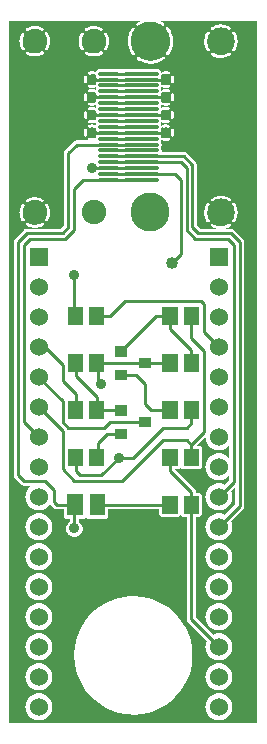
<source format=gbr>
G04 start of page 2 for group 0 idx 0 *
G04 Title: (unknown), top *
G04 Creator: pcb 1.99z *
G04 CreationDate: Fri 24 Jun 2011 08:49:47 AM GMT UTC *
G04 For: russ *
G04 Format: Gerber/RS-274X *
G04 PCB-Dimensions: 86614 238188 *
G04 PCB-Coordinate-Origin: lower left *
%MOIN*%
%FSLAX25Y25*%
%LNTOP*%
%ADD27C,0.1063*%
%ADD26C,0.0677*%
%ADD25C,0.0380*%
%ADD24C,0.1575*%
%ADD23C,0.0360*%
%ADD22C,0.0360*%
%ADD21C,0.0400*%
%ADD20R,0.0340X0.0340*%
%ADD19R,0.0510X0.0510*%
%ADD18R,0.0512X0.0512*%
%ADD17C,0.0118*%
%ADD16C,0.0913*%
%ADD15C,0.1299*%
%ADD14C,0.0817*%
%ADD13C,0.0600*%
%ADD12C,0.0100*%
%ADD11C,0.0200*%
G54D11*G36*
X72519Y73021D02*X73206Y73186D01*
X73860Y73457D01*
X74464Y73827D01*
X75003Y74287D01*
X75463Y74826D01*
X75833Y75430D01*
X76104Y76084D01*
X76269Y76773D01*
X76311Y77479D01*
X76269Y78185D01*
X76104Y78874D01*
X75876Y79424D01*
X77239Y80787D01*
Y75029D01*
X73755Y71545D01*
X73206Y71772D01*
X72519Y71937D01*
Y73021D01*
G37*
G36*
Y83021D02*X73206Y83186D01*
X73860Y83457D01*
X74464Y83827D01*
X75003Y84287D01*
X75272Y84602D01*
Y83062D01*
X73755Y81545D01*
X73206Y81772D01*
X72519Y81937D01*
Y83021D01*
G37*
G36*
Y93021D02*X73206Y93186D01*
X73860Y93457D01*
X74464Y93827D01*
X75003Y94287D01*
X75272Y94602D01*
Y90356D01*
X75003Y90671D01*
X74464Y91131D01*
X73860Y91501D01*
X73206Y91772D01*
X72519Y91937D01*
Y93021D01*
G37*
G36*
X77112Y236219D02*X84646D01*
Y1968D01*
X77112D01*
Y70660D01*
X79751Y73299D01*
X79804Y73344D01*
X79926Y73488D01*
X79958Y73523D01*
X80081Y73725D01*
X80171Y73943D01*
X80227Y74173D01*
X80245Y74408D01*
X80240Y74473D01*
Y162349D01*
X80244Y162401D01*
X80230Y162590D01*
X80227Y162636D01*
X80172Y162865D01*
X80082Y163084D01*
X79958Y163285D01*
X79805Y163465D01*
X79745Y163516D01*
X77112Y166149D01*
Y169163D01*
X77148Y169211D01*
X77407Y169641D01*
X77621Y170094D01*
X77793Y170564D01*
X77922Y171048D01*
X78008Y171542D01*
X78048Y172042D01*
X78044Y172543D01*
X77995Y173041D01*
X77901Y173533D01*
X77763Y174015D01*
X77582Y174483D01*
X77361Y174932D01*
X77112Y175339D01*
Y226249D01*
X77148Y226297D01*
X77407Y226727D01*
X77621Y227180D01*
X77793Y227650D01*
X77922Y228134D01*
X78008Y228628D01*
X78048Y229128D01*
X78044Y229629D01*
X77995Y230127D01*
X77901Y230619D01*
X77763Y231101D01*
X77582Y231569D01*
X77361Y232018D01*
X77112Y232425D01*
Y236219D01*
G37*
G36*
Y1968D02*X72519D01*
Y3021D01*
X73206Y3186D01*
X73860Y3457D01*
X74464Y3827D01*
X75003Y4287D01*
X75463Y4826D01*
X75833Y5430D01*
X76104Y6084D01*
X76269Y6773D01*
X76311Y7479D01*
X76269Y8185D01*
X76104Y8874D01*
X75833Y9528D01*
X75463Y10132D01*
X75003Y10671D01*
X74464Y11131D01*
X73860Y11501D01*
X73206Y11772D01*
X72519Y11937D01*
Y13021D01*
X73206Y13186D01*
X73860Y13457D01*
X74464Y13827D01*
X75003Y14287D01*
X75463Y14826D01*
X75833Y15430D01*
X76104Y16084D01*
X76269Y16773D01*
X76311Y17479D01*
X76269Y18185D01*
X76104Y18874D01*
X75833Y19528D01*
X75463Y20132D01*
X75003Y20671D01*
X74464Y21131D01*
X73860Y21501D01*
X73206Y21772D01*
X72519Y21937D01*
Y23021D01*
X73206Y23186D01*
X73860Y23457D01*
X74464Y23827D01*
X75003Y24287D01*
X75463Y24826D01*
X75833Y25430D01*
X76104Y26084D01*
X76269Y26773D01*
X76311Y27479D01*
X76269Y28185D01*
X76104Y28874D01*
X75833Y29528D01*
X75463Y30132D01*
X75003Y30671D01*
X74464Y31131D01*
X73860Y31501D01*
X73206Y31772D01*
X72519Y31937D01*
Y33021D01*
X73206Y33186D01*
X73860Y33457D01*
X74464Y33827D01*
X75003Y34287D01*
X75463Y34826D01*
X75833Y35430D01*
X76104Y36084D01*
X76269Y36773D01*
X76311Y37479D01*
X76269Y38185D01*
X76104Y38874D01*
X75833Y39528D01*
X75463Y40132D01*
X75003Y40671D01*
X74464Y41131D01*
X73860Y41501D01*
X73206Y41772D01*
X72519Y41937D01*
Y43021D01*
X73206Y43186D01*
X73860Y43457D01*
X74464Y43827D01*
X75003Y44287D01*
X75463Y44826D01*
X75833Y45430D01*
X76104Y46084D01*
X76269Y46773D01*
X76311Y47479D01*
X76269Y48185D01*
X76104Y48874D01*
X75833Y49528D01*
X75463Y50132D01*
X75003Y50671D01*
X74464Y51131D01*
X73860Y51501D01*
X73206Y51772D01*
X72519Y51937D01*
Y53021D01*
X73206Y53186D01*
X73860Y53457D01*
X74464Y53827D01*
X75003Y54287D01*
X75463Y54826D01*
X75833Y55430D01*
X76104Y56084D01*
X76269Y56773D01*
X76311Y57479D01*
X76269Y58185D01*
X76104Y58874D01*
X75833Y59528D01*
X75463Y60132D01*
X75003Y60671D01*
X74464Y61131D01*
X73860Y61501D01*
X73206Y61772D01*
X72519Y61937D01*
Y63021D01*
X73206Y63186D01*
X73860Y63457D01*
X74464Y63827D01*
X75003Y64287D01*
X75463Y64826D01*
X75833Y65430D01*
X76104Y66084D01*
X76269Y66773D01*
X76311Y67479D01*
X76269Y68185D01*
X76104Y68874D01*
X75876Y69424D01*
X77112Y70660D01*
Y1968D01*
G37*
G36*
X72519Y236219D02*X77112D01*
Y232425D01*
X77099Y232446D01*
X77050Y232508D01*
X76991Y232562D01*
X76925Y232605D01*
X76853Y232638D01*
X76776Y232660D01*
X76698Y232668D01*
X76618Y232665D01*
X76541Y232649D01*
X76466Y232621D01*
X76397Y232582D01*
X76335Y232533D01*
X76281Y232474D01*
X76238Y232408D01*
X76205Y232336D01*
X76183Y232259D01*
X76175Y232181D01*
X76178Y232101D01*
X76194Y232024D01*
X76222Y231949D01*
X76262Y231881D01*
X76480Y231533D01*
X76662Y231165D01*
X76810Y230782D01*
X76922Y230387D01*
X76999Y229983D01*
X77040Y229575D01*
X77043Y229164D01*
X77010Y228755D01*
X76940Y228350D01*
X76834Y227953D01*
X76693Y227568D01*
X76518Y227196D01*
X76310Y226842D01*
X76271Y226775D01*
X76245Y226701D01*
X76230Y226623D01*
X76228Y226545D01*
X76238Y226466D01*
X76260Y226391D01*
X76294Y226320D01*
X76339Y226255D01*
X76393Y226198D01*
X76455Y226150D01*
X76524Y226112D01*
X76598Y226086D01*
X76676Y226071D01*
X76754Y226069D01*
X76833Y226079D01*
X76908Y226101D01*
X76979Y226135D01*
X77044Y226180D01*
X77101Y226234D01*
X77112Y226249D01*
Y175339D01*
X77099Y175360D01*
X77050Y175422D01*
X76991Y175476D01*
X76925Y175519D01*
X76853Y175552D01*
X76776Y175574D01*
X76698Y175582D01*
X76618Y175579D01*
X76541Y175563D01*
X76466Y175535D01*
X76397Y175496D01*
X76335Y175447D01*
X76281Y175388D01*
X76238Y175322D01*
X76205Y175250D01*
X76183Y175173D01*
X76175Y175095D01*
X76178Y175015D01*
X76194Y174938D01*
X76222Y174863D01*
X76262Y174795D01*
X76480Y174447D01*
X76662Y174079D01*
X76810Y173696D01*
X76922Y173301D01*
X76999Y172897D01*
X77040Y172489D01*
X77043Y172078D01*
X77010Y171669D01*
X76940Y171264D01*
X76834Y170867D01*
X76693Y170482D01*
X76518Y170110D01*
X76310Y169756D01*
X76271Y169689D01*
X76245Y169615D01*
X76230Y169537D01*
X76228Y169459D01*
X76238Y169380D01*
X76260Y169305D01*
X76294Y169234D01*
X76339Y169169D01*
X76393Y169112D01*
X76455Y169064D01*
X76524Y169026D01*
X76598Y169000D01*
X76676Y168985D01*
X76754Y168983D01*
X76833Y168993D01*
X76908Y169015D01*
X76979Y169049D01*
X77044Y169094D01*
X77101Y169148D01*
X77112Y169163D01*
Y166149D01*
X76903Y166358D01*
X76852Y166418D01*
X76672Y166571D01*
X76471Y166695D01*
X76252Y166785D01*
X76023Y166840D01*
X75965Y166843D01*
X75788Y166857D01*
X75749Y166854D01*
X73881D01*
X74251Y166960D01*
X74719Y167141D01*
X75168Y167362D01*
X75596Y167624D01*
X75658Y167673D01*
X75712Y167732D01*
X75755Y167798D01*
X75788Y167870D01*
X75810Y167947D01*
X75818Y168025D01*
X75815Y168105D01*
X75799Y168182D01*
X75771Y168257D01*
X75732Y168326D01*
X75683Y168388D01*
X75624Y168442D01*
X75558Y168485D01*
X75486Y168518D01*
X75409Y168540D01*
X75331Y168548D01*
X75251Y168545D01*
X75174Y168529D01*
X75099Y168501D01*
X75031Y168461D01*
X74683Y168243D01*
X74315Y168061D01*
X73932Y167913D01*
X73537Y167801D01*
X73133Y167724D01*
X72725Y167683D01*
X72519Y167681D01*
Y176806D01*
X72645Y176807D01*
X73054Y176774D01*
X73459Y176704D01*
X73856Y176598D01*
X74241Y176457D01*
X74613Y176282D01*
X74967Y176074D01*
X75034Y176035D01*
X75108Y176009D01*
X75186Y175994D01*
X75264Y175992D01*
X75343Y176002D01*
X75418Y176024D01*
X75489Y176058D01*
X75554Y176103D01*
X75611Y176157D01*
X75659Y176219D01*
X75697Y176288D01*
X75723Y176362D01*
X75738Y176440D01*
X75740Y176518D01*
X75730Y176597D01*
X75708Y176672D01*
X75674Y176743D01*
X75629Y176808D01*
X75575Y176865D01*
X75512Y176912D01*
X75082Y177171D01*
X74629Y177385D01*
X74159Y177557D01*
X73675Y177686D01*
X73181Y177772D01*
X72681Y177812D01*
X72519Y177811D01*
Y223763D01*
X72779Y223765D01*
X73277Y223814D01*
X73769Y223908D01*
X74251Y224046D01*
X74719Y224227D01*
X75168Y224448D01*
X75596Y224710D01*
X75658Y224759D01*
X75712Y224818D01*
X75755Y224884D01*
X75788Y224956D01*
X75810Y225033D01*
X75818Y225111D01*
X75815Y225191D01*
X75799Y225268D01*
X75771Y225343D01*
X75732Y225412D01*
X75683Y225474D01*
X75624Y225528D01*
X75558Y225571D01*
X75486Y225604D01*
X75409Y225626D01*
X75331Y225634D01*
X75251Y225631D01*
X75174Y225615D01*
X75099Y225587D01*
X75031Y225547D01*
X74683Y225329D01*
X74315Y225147D01*
X73932Y224999D01*
X73537Y224887D01*
X73133Y224810D01*
X72725Y224769D01*
X72519Y224767D01*
Y233892D01*
X72645Y233893D01*
X73054Y233860D01*
X73459Y233790D01*
X73856Y233684D01*
X74241Y233543D01*
X74613Y233368D01*
X74967Y233160D01*
X75034Y233121D01*
X75108Y233095D01*
X75186Y233080D01*
X75264Y233078D01*
X75343Y233088D01*
X75418Y233110D01*
X75489Y233144D01*
X75554Y233189D01*
X75611Y233243D01*
X75659Y233305D01*
X75697Y233374D01*
X75723Y233448D01*
X75738Y233526D01*
X75740Y233604D01*
X75730Y233683D01*
X75708Y233758D01*
X75674Y233829D01*
X75629Y233894D01*
X75575Y233951D01*
X75512Y233998D01*
X75082Y234257D01*
X74629Y234471D01*
X74159Y234643D01*
X73675Y234772D01*
X73181Y234858D01*
X72681Y234898D01*
X72519Y234897D01*
Y236219D01*
G37*
G36*
Y31937D02*X72517D01*
X71811Y31993D01*
X71105Y31937D01*
X70416Y31772D01*
X69867Y31544D01*
X64100Y37311D01*
Y70834D01*
X65317Y70836D01*
X65470Y70873D01*
X65615Y70933D01*
X65750Y71015D01*
X65869Y71118D01*
X65972Y71237D01*
X66054Y71372D01*
X66114Y71517D01*
X66151Y71670D01*
X66160Y71827D01*
X66151Y77888D01*
X66114Y78041D01*
X66054Y78186D01*
X65972Y78321D01*
X65869Y78440D01*
X65750Y78543D01*
X65615Y78625D01*
X65470Y78685D01*
X65317Y78722D01*
X65160Y78731D01*
X64100Y78729D01*
Y79045D01*
X64105Y79111D01*
X64087Y79346D01*
X64032Y79576D01*
X63994Y79666D01*
X63942Y79793D01*
X63894Y79871D01*
X63818Y79995D01*
X63800Y80015D01*
X63665Y80174D01*
X63618Y80214D01*
X57250Y86582D01*
X58231Y86584D01*
X58384Y86621D01*
X58529Y86681D01*
X58664Y86763D01*
X58783Y86866D01*
X58886Y86985D01*
X58968Y87120D01*
X59028Y87265D01*
X59058Y87389D01*
X59088Y87265D01*
X59148Y87120D01*
X59230Y86985D01*
X59333Y86866D01*
X59452Y86763D01*
X59587Y86681D01*
X59732Y86621D01*
X59885Y86584D01*
X60042Y86575D01*
X65317Y86584D01*
X65470Y86621D01*
X65615Y86681D01*
X65750Y86763D01*
X65869Y86866D01*
X65972Y86985D01*
X66054Y87120D01*
X66114Y87265D01*
X66151Y87418D01*
X66160Y87575D01*
X66151Y93636D01*
X66114Y93789D01*
X66054Y93934D01*
X65972Y94069D01*
X65869Y94188D01*
X65750Y94291D01*
X65615Y94373D01*
X65470Y94433D01*
X65317Y94470D01*
X65160Y94479D01*
X64341Y94477D01*
X67300Y97436D01*
X67353Y96773D01*
X67518Y96084D01*
X67789Y95430D01*
X68159Y94826D01*
X68619Y94287D01*
X69158Y93827D01*
X69762Y93457D01*
X70416Y93186D01*
X71105Y93021D01*
X71811Y92965D01*
X72517Y93021D01*
X72519D01*
Y91937D01*
X72517D01*
X71811Y91993D01*
X71105Y91937D01*
X70416Y91772D01*
X69762Y91501D01*
X69158Y91131D01*
X68619Y90671D01*
X68159Y90132D01*
X67789Y89528D01*
X67518Y88874D01*
X67353Y88185D01*
X67297Y87479D01*
X67353Y86773D01*
X67518Y86084D01*
X67789Y85430D01*
X68159Y84826D01*
X68619Y84287D01*
X69158Y83827D01*
X69762Y83457D01*
X70416Y83186D01*
X71105Y83021D01*
X71811Y82965D01*
X72517Y83021D01*
X72519D01*
Y81937D01*
X72517D01*
X71811Y81993D01*
X71105Y81937D01*
X70416Y81772D01*
X69762Y81501D01*
X69158Y81131D01*
X68619Y80671D01*
X68159Y80132D01*
X67789Y79528D01*
X67518Y78874D01*
X67353Y78185D01*
X67297Y77479D01*
X67353Y76773D01*
X67518Y76084D01*
X67789Y75430D01*
X68159Y74826D01*
X68619Y74287D01*
X69158Y73827D01*
X69762Y73457D01*
X70416Y73186D01*
X71105Y73021D01*
X71811Y72965D01*
X72517Y73021D01*
X72519D01*
Y71937D01*
X72517D01*
X71811Y71993D01*
X71105Y71937D01*
X70416Y71772D01*
X69762Y71501D01*
X69158Y71131D01*
X68619Y70671D01*
X68159Y70132D01*
X67789Y69528D01*
X67518Y68874D01*
X67353Y68185D01*
X67297Y67479D01*
X67353Y66773D01*
X67518Y66084D01*
X67789Y65430D01*
X68159Y64826D01*
X68619Y64287D01*
X69158Y63827D01*
X69762Y63457D01*
X70416Y63186D01*
X71105Y63021D01*
X71811Y62965D01*
X72517Y63021D01*
X72519D01*
Y61937D01*
X72517D01*
X71811Y61993D01*
X71105Y61937D01*
X70416Y61772D01*
X69762Y61501D01*
X69158Y61131D01*
X68619Y60671D01*
X68159Y60132D01*
X67789Y59528D01*
X67518Y58874D01*
X67353Y58185D01*
X67297Y57479D01*
X67353Y56773D01*
X67518Y56084D01*
X67789Y55430D01*
X68159Y54826D01*
X68619Y54287D01*
X69158Y53827D01*
X69762Y53457D01*
X70416Y53186D01*
X71105Y53021D01*
X71811Y52965D01*
X72517Y53021D01*
X72519D01*
Y51937D01*
X72517D01*
X71811Y51993D01*
X71105Y51937D01*
X70416Y51772D01*
X69762Y51501D01*
X69158Y51131D01*
X68619Y50671D01*
X68159Y50132D01*
X67789Y49528D01*
X67518Y48874D01*
X67353Y48185D01*
X67297Y47479D01*
X67353Y46773D01*
X67518Y46084D01*
X67789Y45430D01*
X68159Y44826D01*
X68619Y44287D01*
X69158Y43827D01*
X69762Y43457D01*
X70416Y43186D01*
X71105Y43021D01*
X71811Y42965D01*
X72517Y43021D01*
X72519D01*
Y41937D01*
X72517D01*
X71811Y41993D01*
X71105Y41937D01*
X70416Y41772D01*
X69762Y41501D01*
X69158Y41131D01*
X68619Y40671D01*
X68159Y40132D01*
X67789Y39528D01*
X67518Y38874D01*
X67353Y38185D01*
X67297Y37479D01*
X67353Y36773D01*
X67518Y36084D01*
X67789Y35430D01*
X68159Y34826D01*
X68619Y34287D01*
X69158Y33827D01*
X69762Y33457D01*
X70416Y33186D01*
X71105Y33021D01*
X71811Y32965D01*
X72517Y33021D01*
X72519D01*
Y31937D01*
G37*
G36*
Y1968D02*X56364D01*
Y9870D01*
X57269Y10643D01*
X59282Y12999D01*
X60901Y15641D01*
X62086Y18503D01*
X62810Y21516D01*
X62992Y24605D01*
X62810Y27694D01*
X62086Y30707D01*
X60901Y33569D01*
X59282Y36211D01*
X57269Y38567D01*
X56364Y39340D01*
Y70833D01*
X58231Y70836D01*
X58384Y70873D01*
X58529Y70933D01*
X58664Y71015D01*
X58783Y71118D01*
X58886Y71237D01*
X58968Y71372D01*
X59028Y71517D01*
X59058Y71641D01*
X59088Y71517D01*
X59148Y71372D01*
X59230Y71237D01*
X59333Y71118D01*
X59452Y71015D01*
X59587Y70933D01*
X59732Y70873D01*
X59885Y70836D01*
X60042Y70827D01*
X61101Y70829D01*
Y36742D01*
X61097Y36690D01*
X61115Y36454D01*
X61170Y36225D01*
X61260Y36007D01*
X61383Y35805D01*
X61431Y35751D01*
X61538Y35626D01*
X61572Y35597D01*
X67746Y29423D01*
X67518Y28874D01*
X67353Y28185D01*
X67297Y27479D01*
X67353Y26773D01*
X67518Y26084D01*
X67789Y25430D01*
X68159Y24826D01*
X68619Y24287D01*
X69158Y23827D01*
X69762Y23457D01*
X70416Y23186D01*
X71105Y23021D01*
X71811Y22965D01*
X72517Y23021D01*
X72519D01*
Y21937D01*
X72517D01*
X71811Y21993D01*
X71105Y21937D01*
X70416Y21772D01*
X69762Y21501D01*
X69158Y21131D01*
X68619Y20671D01*
X68159Y20132D01*
X67789Y19528D01*
X67518Y18874D01*
X67353Y18185D01*
X67297Y17479D01*
X67353Y16773D01*
X67518Y16084D01*
X67789Y15430D01*
X68159Y14826D01*
X68619Y14287D01*
X69158Y13827D01*
X69762Y13457D01*
X70416Y13186D01*
X71105Y13021D01*
X71811Y12965D01*
X72517Y13021D01*
X72519D01*
Y11937D01*
X72517D01*
X71811Y11993D01*
X71105Y11937D01*
X70416Y11772D01*
X69762Y11501D01*
X69158Y11131D01*
X68619Y10671D01*
X68159Y10132D01*
X67789Y9528D01*
X67518Y8874D01*
X67353Y8185D01*
X67297Y7479D01*
X67353Y6773D01*
X67518Y6084D01*
X67789Y5430D01*
X68159Y4826D01*
X68619Y4287D01*
X69158Y3827D01*
X69762Y3457D01*
X70416Y3186D01*
X71105Y3021D01*
X71811Y2965D01*
X72517Y3021D01*
X72519D01*
Y1968D01*
G37*
G36*
X67848Y236219D02*X72519D01*
Y234897D01*
X72180Y234894D01*
X71682Y234845D01*
X71190Y234751D01*
X70708Y234613D01*
X70240Y234432D01*
X69791Y234211D01*
X69363Y233949D01*
X69301Y233900D01*
X69247Y233841D01*
X69204Y233775D01*
X69171Y233703D01*
X69149Y233626D01*
X69141Y233548D01*
X69144Y233468D01*
X69160Y233391D01*
X69188Y233316D01*
X69227Y233247D01*
X69276Y233185D01*
X69335Y233131D01*
X69401Y233088D01*
X69473Y233055D01*
X69550Y233033D01*
X69628Y233025D01*
X69708Y233028D01*
X69785Y233044D01*
X69860Y233072D01*
X69928Y233112D01*
X70276Y233330D01*
X70644Y233512D01*
X71027Y233660D01*
X71422Y233772D01*
X71826Y233849D01*
X72234Y233890D01*
X72519Y233892D01*
Y224767D01*
X72314Y224766D01*
X71905Y224799D01*
X71500Y224869D01*
X71103Y224975D01*
X70718Y225116D01*
X70346Y225291D01*
X69992Y225499D01*
X69925Y225538D01*
X69851Y225564D01*
X69773Y225579D01*
X69695Y225581D01*
X69616Y225571D01*
X69541Y225549D01*
X69470Y225515D01*
X69405Y225470D01*
X69348Y225416D01*
X69300Y225354D01*
X69262Y225285D01*
X69236Y225211D01*
X69221Y225133D01*
X69219Y225055D01*
X69229Y224976D01*
X69251Y224901D01*
X69285Y224830D01*
X69330Y224765D01*
X69384Y224708D01*
X69447Y224661D01*
X69877Y224402D01*
X70330Y224188D01*
X70800Y224016D01*
X71284Y223887D01*
X71778Y223801D01*
X72278Y223761D01*
X72519Y223763D01*
Y177811D01*
X72180Y177808D01*
X71682Y177759D01*
X71190Y177665D01*
X70708Y177527D01*
X70240Y177346D01*
X69791Y177125D01*
X69363Y176863D01*
X69301Y176814D01*
X69247Y176755D01*
X69204Y176689D01*
X69171Y176617D01*
X69149Y176540D01*
X69141Y176462D01*
X69144Y176382D01*
X69160Y176305D01*
X69188Y176230D01*
X69227Y176161D01*
X69276Y176099D01*
X69335Y176045D01*
X69401Y176002D01*
X69473Y175969D01*
X69550Y175947D01*
X69628Y175939D01*
X69708Y175942D01*
X69785Y175958D01*
X69860Y175986D01*
X69928Y176026D01*
X70276Y176244D01*
X70644Y176426D01*
X71027Y176574D01*
X71422Y176686D01*
X71826Y176763D01*
X72234Y176804D01*
X72519Y176806D01*
Y167681D01*
X72314Y167680D01*
X71905Y167713D01*
X71500Y167783D01*
X71103Y167889D01*
X70718Y168030D01*
X70346Y168205D01*
X69992Y168413D01*
X69925Y168452D01*
X69851Y168478D01*
X69773Y168493D01*
X69695Y168495D01*
X69616Y168485D01*
X69541Y168463D01*
X69470Y168429D01*
X69405Y168384D01*
X69348Y168330D01*
X69300Y168268D01*
X69262Y168199D01*
X69236Y168125D01*
X69221Y168047D01*
X69219Y167969D01*
X69229Y167890D01*
X69251Y167815D01*
X69285Y167744D01*
X69330Y167679D01*
X69384Y167622D01*
X69447Y167575D01*
X69877Y167316D01*
X70330Y167102D01*
X70800Y166930D01*
X71085Y166854D01*
X67848D01*
Y169147D01*
X67860Y169127D01*
X67909Y169065D01*
X67968Y169011D01*
X68034Y168968D01*
X68106Y168935D01*
X68183Y168913D01*
X68261Y168905D01*
X68341Y168908D01*
X68418Y168924D01*
X68493Y168952D01*
X68562Y168991D01*
X68624Y169040D01*
X68678Y169099D01*
X68721Y169165D01*
X68754Y169237D01*
X68776Y169314D01*
X68784Y169392D01*
X68781Y169472D01*
X68765Y169549D01*
X68737Y169624D01*
X68697Y169692D01*
X68479Y170040D01*
X68297Y170408D01*
X68149Y170791D01*
X68037Y171186D01*
X67960Y171590D01*
X67919Y171998D01*
X67916Y172409D01*
X67949Y172818D01*
X68019Y173223D01*
X68125Y173620D01*
X68266Y174005D01*
X68441Y174377D01*
X68649Y174731D01*
X68688Y174798D01*
X68714Y174872D01*
X68729Y174950D01*
X68731Y175028D01*
X68721Y175107D01*
X68699Y175182D01*
X68665Y175253D01*
X68620Y175318D01*
X68566Y175375D01*
X68504Y175423D01*
X68435Y175461D01*
X68361Y175487D01*
X68283Y175502D01*
X68205Y175504D01*
X68126Y175494D01*
X68051Y175472D01*
X67980Y175438D01*
X67915Y175393D01*
X67858Y175339D01*
X67848Y175326D01*
Y226233D01*
X67860Y226213D01*
X67909Y226151D01*
X67968Y226097D01*
X68034Y226054D01*
X68106Y226021D01*
X68183Y225999D01*
X68261Y225991D01*
X68341Y225994D01*
X68418Y226010D01*
X68493Y226038D01*
X68562Y226077D01*
X68624Y226126D01*
X68678Y226185D01*
X68721Y226251D01*
X68754Y226323D01*
X68776Y226400D01*
X68784Y226478D01*
X68781Y226558D01*
X68765Y226635D01*
X68737Y226710D01*
X68697Y226778D01*
X68479Y227126D01*
X68297Y227494D01*
X68149Y227877D01*
X68037Y228272D01*
X67960Y228676D01*
X67919Y229084D01*
X67916Y229495D01*
X67949Y229904D01*
X68019Y230309D01*
X68125Y230706D01*
X68266Y231091D01*
X68441Y231463D01*
X68649Y231817D01*
X68688Y231884D01*
X68714Y231958D01*
X68729Y232036D01*
X68731Y232114D01*
X68721Y232193D01*
X68699Y232268D01*
X68665Y232339D01*
X68620Y232404D01*
X68566Y232461D01*
X68504Y232509D01*
X68435Y232547D01*
X68361Y232573D01*
X68283Y232588D01*
X68205Y232590D01*
X68126Y232580D01*
X68051Y232558D01*
X67980Y232524D01*
X67915Y232479D01*
X67858Y232425D01*
X67848Y232412D01*
Y236219D01*
G37*
G36*
X56364D02*X67848D01*
Y232412D01*
X67811Y232362D01*
X67552Y231932D01*
X67338Y231479D01*
X67166Y231009D01*
X67037Y230525D01*
X66951Y230031D01*
X66911Y229531D01*
X66915Y229030D01*
X66964Y228532D01*
X67058Y228040D01*
X67196Y227558D01*
X67377Y227090D01*
X67598Y226641D01*
X67848Y226233D01*
Y175326D01*
X67811Y175276D01*
X67552Y174846D01*
X67338Y174393D01*
X67166Y173923D01*
X67037Y173439D01*
X66951Y172945D01*
X66911Y172445D01*
X66915Y171944D01*
X66964Y171446D01*
X67058Y170954D01*
X67196Y170472D01*
X67377Y170004D01*
X67598Y169555D01*
X67848Y169147D01*
Y166854D01*
X65581D01*
X64492Y167943D01*
Y187940D01*
X64496Y187992D01*
X64482Y188181D01*
X64479Y188227D01*
X64424Y188456D01*
X64334Y188675D01*
X64210Y188876D01*
X64057Y189056D01*
X63997Y189107D01*
X61155Y191949D01*
X61104Y192009D01*
X60924Y192162D01*
X60723Y192286D01*
X60504Y192376D01*
X60275Y192431D01*
X60217Y192434D01*
X60040Y192448D01*
X60001Y192445D01*
X56364D01*
Y197536D01*
X56433Y197550D01*
X56507Y197577D01*
X56576Y197616D01*
X56637Y197665D01*
X56690Y197723D01*
X56734Y197789D01*
X56765Y197861D01*
X56841Y198093D01*
X56894Y198332D01*
X56926Y198574D01*
X56936Y198818D01*
X56926Y199063D01*
X56894Y199305D01*
X56841Y199544D01*
X56767Y199777D01*
X56736Y199848D01*
X56692Y199914D01*
X56639Y199973D01*
X56577Y200022D01*
X56508Y200061D01*
X56435Y200089D01*
X56364Y200104D01*
Y203441D01*
X56433Y203455D01*
X56507Y203482D01*
X56576Y203521D01*
X56637Y203570D01*
X56690Y203628D01*
X56734Y203694D01*
X56765Y203766D01*
X56841Y203998D01*
X56894Y204237D01*
X56926Y204479D01*
X56936Y204723D01*
X56926Y204968D01*
X56894Y205210D01*
X56841Y205449D01*
X56767Y205682D01*
X56736Y205753D01*
X56692Y205819D01*
X56639Y205878D01*
X56577Y205927D01*
X56508Y205966D01*
X56435Y205994D01*
X56364Y206009D01*
Y209347D01*
X56433Y209361D01*
X56507Y209388D01*
X56576Y209427D01*
X56637Y209476D01*
X56690Y209534D01*
X56734Y209600D01*
X56765Y209672D01*
X56841Y209904D01*
X56894Y210143D01*
X56926Y210385D01*
X56936Y210629D01*
X56926Y210874D01*
X56894Y211116D01*
X56841Y211355D01*
X56767Y211588D01*
X56736Y211659D01*
X56692Y211725D01*
X56639Y211784D01*
X56577Y211833D01*
X56508Y211872D01*
X56435Y211900D01*
X56364Y211915D01*
Y215252D01*
X56433Y215266D01*
X56507Y215293D01*
X56576Y215332D01*
X56637Y215381D01*
X56690Y215439D01*
X56734Y215505D01*
X56765Y215577D01*
X56841Y215809D01*
X56894Y216048D01*
X56926Y216290D01*
X56936Y216534D01*
X56926Y216779D01*
X56894Y217021D01*
X56841Y217260D01*
X56767Y217493D01*
X56736Y217564D01*
X56692Y217630D01*
X56639Y217689D01*
X56577Y217738D01*
X56508Y217777D01*
X56435Y217805D01*
X56364Y217820D01*
Y227842D01*
X56407Y228036D01*
X56494Y228713D01*
X56519Y229395D01*
X56482Y230077D01*
X56383Y230752D01*
X56364Y230831D01*
Y236219D01*
G37*
G36*
Y192445D02*X54135D01*
Y196016D01*
X54378Y196026D01*
X54620Y196058D01*
X54859Y196111D01*
X55092Y196185D01*
X55163Y196216D01*
X55229Y196260D01*
X55288Y196313D01*
X55337Y196375D01*
X55376Y196444D01*
X55404Y196517D01*
X55420Y196595D01*
X55423Y196674D01*
X55414Y196752D01*
X55393Y196829D01*
X55361Y196900D01*
X55317Y196966D01*
X55264Y197025D01*
X55202Y197074D01*
X55133Y197113D01*
X55060Y197141D01*
X54982Y197157D01*
X54903Y197160D01*
X54825Y197151D01*
X54749Y197129D01*
X54599Y197080D01*
X54446Y197046D01*
X54290Y197025D01*
X54135Y197018D01*
Y200618D01*
X54290Y200612D01*
X54446Y200591D01*
X54599Y200557D01*
X54749Y200510D01*
X54824Y200488D01*
X54903Y200479D01*
X54981Y200482D01*
X55058Y200498D01*
X55132Y200525D01*
X55201Y200564D01*
X55262Y200613D01*
X55315Y200671D01*
X55359Y200737D01*
X55391Y200808D01*
X55412Y200884D01*
X55421Y200963D01*
X55418Y201041D01*
X55402Y201118D01*
X55375Y201192D01*
X55336Y201261D01*
X55287Y201322D01*
X55229Y201375D01*
X55163Y201419D01*
X55091Y201450D01*
X54859Y201526D01*
X54620Y201579D01*
X54378Y201611D01*
X54135Y201621D01*
Y201921D01*
X54378Y201931D01*
X54620Y201963D01*
X54859Y202016D01*
X55092Y202090D01*
X55163Y202121D01*
X55229Y202165D01*
X55288Y202218D01*
X55337Y202280D01*
X55376Y202349D01*
X55404Y202422D01*
X55420Y202500D01*
X55423Y202579D01*
X55414Y202657D01*
X55393Y202734D01*
X55361Y202805D01*
X55317Y202871D01*
X55264Y202930D01*
X55202Y202979D01*
X55133Y203018D01*
X55060Y203046D01*
X54982Y203062D01*
X54903Y203065D01*
X54825Y203056D01*
X54749Y203034D01*
X54599Y202985D01*
X54446Y202951D01*
X54290Y202930D01*
X54135Y202923D01*
Y206523D01*
X54290Y206517D01*
X54446Y206496D01*
X54599Y206462D01*
X54749Y206415D01*
X54824Y206393D01*
X54903Y206384D01*
X54981Y206387D01*
X55058Y206403D01*
X55132Y206430D01*
X55201Y206469D01*
X55262Y206518D01*
X55315Y206576D01*
X55359Y206642D01*
X55391Y206713D01*
X55412Y206789D01*
X55421Y206868D01*
X55418Y206946D01*
X55402Y207023D01*
X55375Y207097D01*
X55336Y207166D01*
X55287Y207227D01*
X55229Y207280D01*
X55163Y207324D01*
X55091Y207355D01*
X54859Y207431D01*
X54620Y207484D01*
X54378Y207516D01*
X54135Y207526D01*
Y207827D01*
X54378Y207837D01*
X54620Y207869D01*
X54859Y207922D01*
X55092Y207996D01*
X55163Y208027D01*
X55229Y208071D01*
X55288Y208124D01*
X55337Y208186D01*
X55376Y208255D01*
X55404Y208328D01*
X55420Y208406D01*
X55423Y208485D01*
X55414Y208563D01*
X55393Y208640D01*
X55361Y208711D01*
X55317Y208777D01*
X55264Y208836D01*
X55202Y208885D01*
X55133Y208924D01*
X55060Y208952D01*
X54982Y208968D01*
X54903Y208971D01*
X54825Y208962D01*
X54749Y208940D01*
X54599Y208891D01*
X54446Y208857D01*
X54290Y208836D01*
X54135Y208829D01*
Y212429D01*
X54290Y212423D01*
X54446Y212402D01*
X54599Y212368D01*
X54749Y212321D01*
X54824Y212299D01*
X54903Y212290D01*
X54981Y212293D01*
X55058Y212309D01*
X55132Y212336D01*
X55201Y212375D01*
X55262Y212424D01*
X55315Y212482D01*
X55359Y212548D01*
X55391Y212619D01*
X55412Y212695D01*
X55421Y212774D01*
X55418Y212852D01*
X55402Y212929D01*
X55375Y213003D01*
X55336Y213072D01*
X55287Y213133D01*
X55229Y213186D01*
X55163Y213230D01*
X55091Y213261D01*
X54859Y213337D01*
X54620Y213390D01*
X54378Y213422D01*
X54135Y213432D01*
Y213732D01*
X54378Y213742D01*
X54620Y213774D01*
X54859Y213827D01*
X55092Y213901D01*
X55163Y213932D01*
X55229Y213976D01*
X55288Y214029D01*
X55337Y214091D01*
X55376Y214160D01*
X55404Y214233D01*
X55420Y214311D01*
X55423Y214390D01*
X55414Y214468D01*
X55393Y214545D01*
X55361Y214616D01*
X55317Y214682D01*
X55264Y214741D01*
X55202Y214790D01*
X55133Y214829D01*
X55060Y214857D01*
X54982Y214873D01*
X54903Y214876D01*
X54825Y214867D01*
X54749Y214845D01*
X54599Y214796D01*
X54446Y214762D01*
X54290Y214741D01*
X54135Y214734D01*
Y218334D01*
X54290Y218328D01*
X54446Y218307D01*
X54599Y218273D01*
X54749Y218226D01*
X54824Y218204D01*
X54903Y218195D01*
X54981Y218198D01*
X55058Y218214D01*
X55132Y218241D01*
X55201Y218280D01*
X55262Y218329D01*
X55315Y218387D01*
X55359Y218453D01*
X55391Y218524D01*
X55412Y218600D01*
X55421Y218679D01*
X55418Y218757D01*
X55402Y218834D01*
X55375Y218908D01*
X55336Y218977D01*
X55287Y219038D01*
X55229Y219091D01*
X55163Y219135D01*
X55091Y219166D01*
X54859Y219242D01*
X54620Y219295D01*
X54378Y219327D01*
X54135Y219337D01*
Y233345D01*
X54154Y233301D01*
X54198Y233235D01*
X54537Y232751D01*
X54825Y232235D01*
X55065Y231695D01*
X55255Y231136D01*
X55394Y230561D01*
X55479Y229976D01*
X55511Y229386D01*
X55490Y228796D01*
X55414Y228209D01*
X55286Y227633D01*
X55106Y227070D01*
X54875Y226526D01*
X54596Y226005D01*
X54271Y225511D01*
X54228Y225445D01*
X54198Y225372D01*
X54179Y225295D01*
X54173Y225217D01*
X54179Y225138D01*
X54198Y225062D01*
X54228Y224989D01*
X54269Y224922D01*
X54320Y224862D01*
X54380Y224811D01*
X54447Y224770D01*
X54520Y224740D01*
X54597Y224721D01*
X54675Y224715D01*
X54754Y224721D01*
X54830Y224740D01*
X54903Y224770D01*
X54970Y224811D01*
X55030Y224862D01*
X55080Y224923D01*
X55462Y225489D01*
X55784Y226091D01*
X56051Y226719D01*
X56259Y227369D01*
X56364Y227842D01*
Y217820D01*
X56357Y217821D01*
X56278Y217824D01*
X56200Y217815D01*
X56123Y217794D01*
X56052Y217762D01*
X55986Y217718D01*
X55927Y217665D01*
X55878Y217603D01*
X55839Y217534D01*
X55811Y217461D01*
X55795Y217383D01*
X55792Y217304D01*
X55801Y217226D01*
X55823Y217150D01*
X55872Y217000D01*
X55906Y216847D01*
X55927Y216691D01*
X55934Y216534D01*
X55927Y216378D01*
X55906Y216222D01*
X55872Y216069D01*
X55825Y215919D01*
X55803Y215844D01*
X55794Y215765D01*
X55797Y215687D01*
X55813Y215610D01*
X55840Y215536D01*
X55879Y215467D01*
X55928Y215406D01*
X55986Y215353D01*
X56052Y215309D01*
X56123Y215277D01*
X56199Y215256D01*
X56278Y215247D01*
X56356Y215250D01*
X56364Y215252D01*
Y211915D01*
X56357Y211916D01*
X56278Y211919D01*
X56200Y211910D01*
X56123Y211889D01*
X56052Y211857D01*
X55986Y211813D01*
X55927Y211760D01*
X55878Y211698D01*
X55839Y211629D01*
X55811Y211556D01*
X55795Y211478D01*
X55792Y211399D01*
X55801Y211321D01*
X55823Y211245D01*
X55872Y211095D01*
X55906Y210942D01*
X55927Y210786D01*
X55934Y210629D01*
X55927Y210473D01*
X55906Y210317D01*
X55872Y210164D01*
X55825Y210014D01*
X55803Y209939D01*
X55794Y209860D01*
X55797Y209782D01*
X55813Y209705D01*
X55840Y209631D01*
X55879Y209562D01*
X55928Y209501D01*
X55986Y209448D01*
X56052Y209404D01*
X56123Y209372D01*
X56199Y209351D01*
X56278Y209342D01*
X56356Y209345D01*
X56364Y209347D01*
Y206009D01*
X56357Y206010D01*
X56278Y206013D01*
X56200Y206004D01*
X56123Y205983D01*
X56052Y205951D01*
X55986Y205907D01*
X55927Y205854D01*
X55878Y205792D01*
X55839Y205723D01*
X55811Y205650D01*
X55795Y205572D01*
X55792Y205493D01*
X55801Y205415D01*
X55823Y205339D01*
X55872Y205189D01*
X55906Y205036D01*
X55927Y204880D01*
X55934Y204723D01*
X55927Y204567D01*
X55906Y204411D01*
X55872Y204258D01*
X55825Y204108D01*
X55803Y204033D01*
X55794Y203954D01*
X55797Y203876D01*
X55813Y203799D01*
X55840Y203725D01*
X55879Y203656D01*
X55928Y203595D01*
X55986Y203542D01*
X56052Y203498D01*
X56123Y203466D01*
X56199Y203445D01*
X56278Y203436D01*
X56356Y203439D01*
X56364Y203441D01*
Y200104D01*
X56357Y200105D01*
X56278Y200108D01*
X56200Y200099D01*
X56123Y200078D01*
X56052Y200046D01*
X55986Y200002D01*
X55927Y199949D01*
X55878Y199887D01*
X55839Y199818D01*
X55811Y199745D01*
X55795Y199667D01*
X55792Y199588D01*
X55801Y199510D01*
X55823Y199434D01*
X55872Y199284D01*
X55906Y199131D01*
X55927Y198975D01*
X55934Y198818D01*
X55927Y198662D01*
X55906Y198506D01*
X55872Y198353D01*
X55825Y198203D01*
X55803Y198128D01*
X55794Y198049D01*
X55797Y197971D01*
X55813Y197894D01*
X55840Y197820D01*
X55879Y197751D01*
X55928Y197690D01*
X55986Y197637D01*
X56052Y197593D01*
X56123Y197561D01*
X56199Y197540D01*
X56278Y197531D01*
X56356Y197534D01*
X56364Y197536D01*
Y192445D01*
G37*
G36*
Y39340D02*X54913Y40580D01*
X54135Y41057D01*
Y70829D01*
X56364Y70833D01*
Y39340D01*
G37*
G36*
Y1968D02*X54135D01*
Y8153D01*
X54913Y8630D01*
X56364Y9870D01*
Y1968D01*
G37*
G36*
X54135Y236219D02*X56364D01*
Y230831D01*
X56223Y231416D01*
X56004Y232062D01*
X55727Y232686D01*
X55394Y233282D01*
X55008Y233845D01*
X54956Y233906D01*
X54895Y233957D01*
X54826Y233997D01*
X54752Y234026D01*
X54674Y234044D01*
X54594Y234048D01*
X54515Y234041D01*
X54438Y234021D01*
X54364Y233989D01*
X54297Y233946D01*
X54237Y233893D01*
X54186Y233832D01*
X54146Y233763D01*
X54135Y233735D01*
Y236219D01*
G37*
G36*
Y41057D02*X52271Y42199D01*
X49409Y43384D01*
X46396Y44108D01*
X43307Y44351D01*
X41831Y44235D01*
Y73279D01*
X51963D01*
X51965Y71670D01*
X52002Y71517D01*
X52062Y71372D01*
X52144Y71237D01*
X52247Y71118D01*
X52366Y71015D01*
X52501Y70933D01*
X52646Y70873D01*
X52799Y70836D01*
X52956Y70827D01*
X54135Y70829D01*
Y41057D01*
G37*
G36*
Y1968D02*X41831D01*
Y4975D01*
X43307Y4859D01*
X46396Y5102D01*
X49409Y5826D01*
X52271Y7011D01*
X54135Y8153D01*
Y1968D01*
G37*
G36*
X49068Y235821D02*X49549Y235804D01*
X50136Y235728D01*
X50712Y235600D01*
X51275Y235420D01*
X51819Y235189D01*
X52340Y234910D01*
X52834Y234585D01*
X52900Y234542D01*
X52973Y234512D01*
X53050Y234493D01*
X53128Y234487D01*
X53207Y234493D01*
X53283Y234512D01*
X53356Y234542D01*
X53423Y234583D01*
X53483Y234634D01*
X53534Y234694D01*
X53575Y234761D01*
X53605Y234834D01*
X53624Y234911D01*
X53630Y234989D01*
X53624Y235068D01*
X53605Y235144D01*
X53575Y235217D01*
X53534Y235284D01*
X53483Y235344D01*
X53422Y235394D01*
X52856Y235776D01*
X52254Y236098D01*
X51969Y236219D01*
X54135D01*
Y233735D01*
X54117Y233689D01*
X54099Y233611D01*
X54095Y233531D01*
X54102Y233452D01*
X54122Y233375D01*
X54135Y233345D01*
Y219337D01*
X54134D01*
X53889Y219327D01*
X53647Y219295D01*
X53408Y219242D01*
X53175Y219168D01*
X53104Y219137D01*
X53038Y219093D01*
X52979Y219040D01*
X52930Y218978D01*
X52891Y218909D01*
X52863Y218836D01*
X52847Y218758D01*
X52844Y218679D01*
X52853Y218601D01*
X52874Y218524D01*
X52906Y218453D01*
X52950Y218387D01*
X53003Y218328D01*
X53065Y218279D01*
X53134Y218240D01*
X53207Y218212D01*
X53285Y218196D01*
X53364Y218193D01*
X53442Y218202D01*
X53518Y218224D01*
X53668Y218273D01*
X53821Y218307D01*
X53977Y218328D01*
X54134Y218334D01*
X54135D01*
Y214734D01*
X54134D01*
X53977Y214741D01*
X53821Y214762D01*
X53668Y214796D01*
X53518Y214843D01*
X53443Y214865D01*
X53364Y214874D01*
X53286Y214871D01*
X53209Y214855D01*
X53135Y214828D01*
X53066Y214789D01*
X53005Y214740D01*
X52952Y214682D01*
X52908Y214616D01*
X52876Y214545D01*
X52855Y214469D01*
X52846Y214390D01*
X52849Y214312D01*
X52865Y214235D01*
X52892Y214161D01*
X52931Y214092D01*
X52980Y214031D01*
X53038Y213978D01*
X53104Y213934D01*
X53176Y213903D01*
X53408Y213827D01*
X53647Y213774D01*
X53889Y213742D01*
X54134Y213732D01*
X54135D01*
Y213432D01*
X54134D01*
X53889Y213422D01*
X53647Y213390D01*
X53408Y213337D01*
X53175Y213263D01*
X53104Y213232D01*
X53038Y213188D01*
X52979Y213135D01*
X52930Y213073D01*
X52891Y213004D01*
X52863Y212931D01*
X52847Y212853D01*
X52844Y212774D01*
X52853Y212696D01*
X52874Y212619D01*
X52906Y212548D01*
X52950Y212482D01*
X53003Y212423D01*
X53065Y212374D01*
X53134Y212335D01*
X53207Y212307D01*
X53285Y212291D01*
X53364Y212288D01*
X53442Y212297D01*
X53518Y212319D01*
X53668Y212368D01*
X53821Y212402D01*
X53977Y212423D01*
X54134Y212429D01*
X54135D01*
Y208829D01*
X54134D01*
X53977Y208836D01*
X53821Y208857D01*
X53668Y208891D01*
X53518Y208938D01*
X53443Y208960D01*
X53364Y208969D01*
X53286Y208966D01*
X53209Y208950D01*
X53135Y208923D01*
X53066Y208884D01*
X53005Y208835D01*
X52952Y208777D01*
X52908Y208711D01*
X52876Y208640D01*
X52855Y208564D01*
X52846Y208485D01*
X52849Y208407D01*
X52865Y208330D01*
X52892Y208256D01*
X52931Y208187D01*
X52980Y208126D01*
X53038Y208073D01*
X53104Y208029D01*
X53176Y207998D01*
X53408Y207922D01*
X53647Y207869D01*
X53889Y207837D01*
X54134Y207827D01*
X54135D01*
Y207526D01*
X54134D01*
X53889Y207516D01*
X53647Y207484D01*
X53408Y207431D01*
X53175Y207357D01*
X53104Y207326D01*
X53038Y207282D01*
X52979Y207229D01*
X52930Y207167D01*
X52891Y207098D01*
X52863Y207025D01*
X52847Y206947D01*
X52844Y206868D01*
X52853Y206790D01*
X52874Y206713D01*
X52906Y206642D01*
X52950Y206576D01*
X53003Y206517D01*
X53065Y206468D01*
X53134Y206429D01*
X53207Y206401D01*
X53285Y206385D01*
X53364Y206382D01*
X53442Y206391D01*
X53518Y206413D01*
X53668Y206462D01*
X53821Y206496D01*
X53977Y206517D01*
X54134Y206523D01*
X54135D01*
Y202923D01*
X54134D01*
X53977Y202930D01*
X53821Y202951D01*
X53668Y202985D01*
X53518Y203032D01*
X53443Y203054D01*
X53364Y203063D01*
X53286Y203060D01*
X53209Y203044D01*
X53135Y203017D01*
X53066Y202978D01*
X53005Y202929D01*
X52952Y202871D01*
X52908Y202805D01*
X52876Y202734D01*
X52855Y202658D01*
X52846Y202579D01*
X52849Y202501D01*
X52865Y202424D01*
X52892Y202350D01*
X52931Y202281D01*
X52980Y202220D01*
X53038Y202167D01*
X53104Y202123D01*
X53176Y202092D01*
X53408Y202016D01*
X53647Y201963D01*
X53889Y201931D01*
X54134Y201921D01*
X54135D01*
Y201621D01*
X54134D01*
X53889Y201611D01*
X53647Y201579D01*
X53408Y201526D01*
X53175Y201452D01*
X53104Y201421D01*
X53038Y201377D01*
X52979Y201324D01*
X52930Y201262D01*
X52891Y201193D01*
X52863Y201120D01*
X52847Y201042D01*
X52844Y200963D01*
X52853Y200885D01*
X52874Y200808D01*
X52906Y200737D01*
X52950Y200671D01*
X53003Y200612D01*
X53065Y200563D01*
X53134Y200524D01*
X53207Y200496D01*
X53285Y200480D01*
X53364Y200477D01*
X53442Y200486D01*
X53518Y200508D01*
X53668Y200557D01*
X53821Y200591D01*
X53977Y200612D01*
X54134Y200618D01*
X54135D01*
Y197018D01*
X54134D01*
X53977Y197025D01*
X53821Y197046D01*
X53668Y197080D01*
X53518Y197127D01*
X53443Y197149D01*
X53364Y197158D01*
X53286Y197155D01*
X53209Y197139D01*
X53135Y197112D01*
X53066Y197073D01*
X53005Y197024D01*
X52952Y196966D01*
X52908Y196900D01*
X52876Y196829D01*
X52855Y196753D01*
X52846Y196674D01*
X52849Y196596D01*
X52865Y196519D01*
X52892Y196445D01*
X52931Y196376D01*
X52980Y196315D01*
X53038Y196262D01*
X53104Y196218D01*
X53176Y196187D01*
X53408Y196111D01*
X53647Y196058D01*
X53889Y196026D01*
X54134Y196016D01*
X54135D01*
Y192445D01*
X52666D01*
X52718Y192662D01*
X52738Y192912D01*
X52718Y193162D01*
X52660Y193405D01*
X52564Y193637D01*
X52433Y193850D01*
X52393Y193896D01*
X52433Y193943D01*
X52564Y194156D01*
X52660Y194388D01*
X52718Y194631D01*
X52738Y194881D01*
X52718Y195131D01*
X52660Y195374D01*
X52564Y195606D01*
X52433Y195819D01*
X52394Y195865D01*
X52433Y195911D01*
X52564Y196124D01*
X52660Y196356D01*
X52718Y196599D01*
X52738Y196849D01*
X52718Y197099D01*
X52660Y197342D01*
X52564Y197574D01*
X52433Y197787D01*
X52419Y197803D01*
X52428Y197819D01*
X52456Y197892D01*
X52464Y197930D01*
X52564Y198093D01*
X52660Y198325D01*
X52718Y198568D01*
X52738Y198818D01*
X52718Y199068D01*
X52660Y199311D01*
X52564Y199543D01*
X52461Y199711D01*
X52454Y199743D01*
X52427Y199817D01*
X52419Y199831D01*
X52433Y199848D01*
X52564Y200061D01*
X52660Y200293D01*
X52718Y200536D01*
X52738Y200786D01*
X52718Y201036D01*
X52660Y201279D01*
X52564Y201511D01*
X52433Y201724D01*
X52393Y201770D01*
X52433Y201817D01*
X52564Y202030D01*
X52660Y202262D01*
X52718Y202505D01*
X52738Y202755D01*
X52718Y203005D01*
X52660Y203248D01*
X52564Y203480D01*
X52433Y203693D01*
X52419Y203709D01*
X52428Y203724D01*
X52456Y203797D01*
X52464Y203835D01*
X52564Y203998D01*
X52660Y204230D01*
X52718Y204473D01*
X52738Y204723D01*
X52718Y204973D01*
X52660Y205216D01*
X52564Y205448D01*
X52461Y205616D01*
X52454Y205648D01*
X52427Y205722D01*
X52418Y205737D01*
X52433Y205754D01*
X52564Y205967D01*
X52660Y206199D01*
X52718Y206442D01*
X52738Y206692D01*
X52718Y206942D01*
X52660Y207185D01*
X52564Y207417D01*
X52433Y207630D01*
X52394Y207676D01*
X52433Y207722D01*
X52564Y207935D01*
X52660Y208167D01*
X52718Y208410D01*
X52738Y208660D01*
X52718Y208910D01*
X52660Y209153D01*
X52564Y209385D01*
X52433Y209598D01*
X52419Y209614D01*
X52428Y209630D01*
X52456Y209703D01*
X52464Y209741D01*
X52564Y209904D01*
X52660Y210136D01*
X52718Y210379D01*
X52738Y210629D01*
X52718Y210879D01*
X52660Y211122D01*
X52564Y211354D01*
X52461Y211522D01*
X52454Y211554D01*
X52427Y211628D01*
X52419Y211642D01*
X52433Y211659D01*
X52564Y211872D01*
X52660Y212104D01*
X52718Y212347D01*
X52738Y212597D01*
X52718Y212847D01*
X52660Y213090D01*
X52564Y213322D01*
X52433Y213535D01*
X52393Y213581D01*
X52433Y213628D01*
X52564Y213841D01*
X52660Y214073D01*
X52718Y214316D01*
X52738Y214566D01*
X52718Y214816D01*
X52660Y215059D01*
X52564Y215291D01*
X52433Y215504D01*
X52419Y215520D01*
X52428Y215535D01*
X52456Y215608D01*
X52464Y215646D01*
X52564Y215809D01*
X52660Y216041D01*
X52718Y216284D01*
X52738Y216534D01*
X52718Y216784D01*
X52660Y217027D01*
X52564Y217259D01*
X52461Y217427D01*
X52454Y217459D01*
X52427Y217533D01*
X52418Y217548D01*
X52433Y217565D01*
X52564Y217778D01*
X52660Y218010D01*
X52718Y218253D01*
X52738Y218503D01*
X52718Y218753D01*
X52660Y218996D01*
X52564Y219228D01*
X52433Y219441D01*
X52270Y219631D01*
X52080Y219794D01*
X51867Y219925D01*
X51635Y220021D01*
X51392Y220079D01*
X51142Y220094D01*
X49068D01*
Y221826D01*
X49081D01*
X49763Y221863D01*
X50438Y221962D01*
X51102Y222122D01*
X51748Y222341D01*
X52372Y222618D01*
X52968Y222951D01*
X53531Y223337D01*
X53592Y223389D01*
X53643Y223450D01*
X53683Y223519D01*
X53712Y223593D01*
X53730Y223671D01*
X53734Y223751D01*
X53727Y223830D01*
X53707Y223907D01*
X53675Y223981D01*
X53632Y224048D01*
X53579Y224108D01*
X53518Y224159D01*
X53449Y224199D01*
X53375Y224228D01*
X53297Y224246D01*
X53217Y224250D01*
X53138Y224243D01*
X53061Y224223D01*
X52987Y224191D01*
X52921Y224147D01*
X52437Y223808D01*
X51921Y223520D01*
X51381Y223280D01*
X50822Y223090D01*
X50247Y222951D01*
X49662Y222866D01*
X49072Y222834D01*
X49068D01*
Y235821D01*
G37*
G36*
X41831Y236219D02*X46060D01*
X45659Y236041D01*
X45063Y235708D01*
X44500Y235322D01*
X44439Y235270D01*
X44388Y235209D01*
X44348Y235140D01*
X44319Y235066D01*
X44301Y234988D01*
X44297Y234908D01*
X44304Y234829D01*
X44324Y234752D01*
X44356Y234678D01*
X44399Y234611D01*
X44452Y234551D01*
X44513Y234500D01*
X44582Y234460D01*
X44656Y234431D01*
X44734Y234413D01*
X44814Y234409D01*
X44893Y234416D01*
X44970Y234436D01*
X45044Y234468D01*
X45110Y234512D01*
X45594Y234851D01*
X46110Y235139D01*
X46650Y235379D01*
X47209Y235569D01*
X47784Y235708D01*
X48369Y235793D01*
X48959Y235825D01*
X49068Y235821D01*
Y222834D01*
X48482Y222855D01*
X47895Y222931D01*
X47319Y223059D01*
X46756Y223239D01*
X46212Y223470D01*
X45691Y223749D01*
X45197Y224074D01*
X45131Y224117D01*
X45058Y224147D01*
X44981Y224166D01*
X44903Y224172D01*
X44824Y224166D01*
X44748Y224147D01*
X44675Y224117D01*
X44608Y224076D01*
X44548Y224025D01*
X44497Y223965D01*
X44456Y223898D01*
X44426Y223825D01*
X44407Y223748D01*
X44401Y223670D01*
X44407Y223591D01*
X44426Y223515D01*
X44456Y223442D01*
X44497Y223375D01*
X44548Y223315D01*
X44609Y223265D01*
X45175Y222883D01*
X45777Y222561D01*
X46405Y222294D01*
X47055Y222086D01*
X47722Y221938D01*
X48399Y221851D01*
X49068Y221826D01*
Y220094D01*
X41831D01*
Y227175D01*
X42027Y226597D01*
X42304Y225973D01*
X42637Y225377D01*
X43023Y224814D01*
X43075Y224753D01*
X43136Y224702D01*
X43205Y224662D01*
X43279Y224633D01*
X43357Y224615D01*
X43437Y224611D01*
X43516Y224618D01*
X43593Y224638D01*
X43667Y224670D01*
X43734Y224713D01*
X43794Y224766D01*
X43845Y224827D01*
X43885Y224896D01*
X43914Y224970D01*
X43932Y225048D01*
X43936Y225128D01*
X43929Y225207D01*
X43909Y225284D01*
X43877Y225358D01*
X43833Y225424D01*
X43494Y225908D01*
X43206Y226424D01*
X42966Y226964D01*
X42776Y227523D01*
X42637Y228098D01*
X42552Y228683D01*
X42520Y229273D01*
X42541Y229863D01*
X42617Y230450D01*
X42745Y231026D01*
X42925Y231589D01*
X43156Y232133D01*
X43435Y232654D01*
X43760Y233148D01*
X43803Y233214D01*
X43833Y233287D01*
X43852Y233364D01*
X43858Y233442D01*
X43852Y233521D01*
X43833Y233597D01*
X43803Y233670D01*
X43762Y233737D01*
X43711Y233797D01*
X43651Y233848D01*
X43584Y233889D01*
X43511Y233919D01*
X43434Y233938D01*
X43356Y233944D01*
X43277Y233938D01*
X43201Y233919D01*
X43128Y233889D01*
X43061Y233848D01*
X43001Y233797D01*
X42951Y233736D01*
X42569Y233170D01*
X42247Y232568D01*
X41980Y231940D01*
X41831Y231474D01*
Y236219D01*
G37*
G36*
X27297Y13056D02*X27332Y12999D01*
X29345Y10643D01*
X31701Y8630D01*
X34343Y7011D01*
X37205Y5826D01*
X40218Y5102D01*
X41831Y4975D01*
Y1968D01*
X27297D01*
Y13056D01*
G37*
G36*
Y70418D02*X27386Y70521D01*
X27485Y70683D01*
X27557Y70857D01*
X27562Y70878D01*
X27567Y70857D01*
X27639Y70683D01*
X27738Y70521D01*
X27861Y70378D01*
X28004Y70255D01*
X28166Y70156D01*
X28340Y70084D01*
X28524Y70040D01*
X28712Y70029D01*
X34000Y70040D01*
X34184Y70084D01*
X34358Y70156D01*
X34520Y70255D01*
X34663Y70378D01*
X34786Y70521D01*
X34885Y70683D01*
X34957Y70857D01*
X35001Y71041D01*
X35012Y71229D01*
X35009Y73279D01*
X41831D01*
Y44235D01*
X40218Y44108D01*
X37205Y43384D01*
X34343Y42199D01*
X31701Y40580D01*
X29345Y38567D01*
X27332Y36211D01*
X27297Y36154D01*
Y70418D01*
G37*
G36*
X34332Y236219D02*X41831D01*
Y231474D01*
X41772Y231290D01*
X41624Y230623D01*
X41537Y229946D01*
X41512Y229264D01*
X41549Y228582D01*
X41648Y227907D01*
X41808Y227243D01*
X41831Y227175D01*
Y220094D01*
X40906D01*
X40656Y220079D01*
X40413Y220021D01*
X40367Y220002D01*
X38453D01*
X38407Y220021D01*
X38164Y220079D01*
X37914Y220094D01*
X34332D01*
Y226519D01*
X34385Y226571D01*
X34431Y226635D01*
X34654Y227019D01*
X34838Y227423D01*
X34986Y227841D01*
X35097Y228271D01*
X35170Y228709D01*
X35205Y229152D01*
X35201Y229596D01*
X35159Y230038D01*
X35078Y230474D01*
X34959Y230902D01*
X34804Y231318D01*
X34613Y231719D01*
X34387Y232102D01*
X34340Y232166D01*
X34332Y232173D01*
Y236219D01*
G37*
G36*
X27297D02*X34332D01*
Y232173D01*
X34282Y232220D01*
X34217Y232265D01*
X34145Y232300D01*
X34069Y232322D01*
X33990Y232332D01*
X33911Y232330D01*
X33833Y232316D01*
X33758Y232289D01*
X33688Y232251D01*
X33625Y232203D01*
X33571Y232145D01*
X33526Y232080D01*
X33491Y232008D01*
X33469Y231932D01*
X33459Y231853D01*
X33461Y231774D01*
X33475Y231696D01*
X33502Y231621D01*
X33541Y231552D01*
X33725Y231247D01*
X33879Y230926D01*
X34004Y230592D01*
X34099Y230248D01*
X34164Y229898D01*
X34198Y229543D01*
X34201Y229187D01*
X34173Y228832D01*
X34114Y228480D01*
X34025Y228135D01*
X33906Y227799D01*
X33758Y227475D01*
X33583Y227165D01*
X33545Y227096D01*
X33520Y227021D01*
X33507Y226944D01*
Y226865D01*
X33518Y226787D01*
X33542Y226712D01*
X33577Y226642D01*
X33623Y226578D01*
X33678Y226522D01*
X33741Y226475D01*
X33811Y226438D01*
X33886Y226413D01*
X33963Y226400D01*
X34042D01*
X34120Y226411D01*
X34195Y226435D01*
X34265Y226470D01*
X34329Y226516D01*
X34332Y226519D01*
Y220094D01*
X32205D01*
X31955Y220078D01*
X31712Y220020D01*
X31480Y219924D01*
X31267Y219793D01*
X31077Y219630D01*
X30914Y219440D01*
X30783Y219227D01*
X30697Y219018D01*
X30681Y219038D01*
X30623Y219091D01*
X30557Y219135D01*
X30485Y219166D01*
X30253Y219242D01*
X30014Y219295D01*
X29772Y219327D01*
X29528Y219337D01*
X29283Y219327D01*
X29041Y219295D01*
X28802Y219242D01*
X28569Y219168D01*
X28498Y219137D01*
X28432Y219093D01*
X28373Y219040D01*
X28324Y218978D01*
X28285Y218909D01*
X28257Y218836D01*
X28241Y218758D01*
X28238Y218679D01*
X28247Y218601D01*
X28268Y218524D01*
X28300Y218453D01*
X28344Y218387D01*
X28397Y218328D01*
X28459Y218279D01*
X28528Y218240D01*
X28601Y218212D01*
X28679Y218196D01*
X28758Y218193D01*
X28836Y218202D01*
X28912Y218224D01*
X29062Y218273D01*
X29215Y218307D01*
X29371Y218328D01*
X29528Y218334D01*
X29684Y218328D01*
X29840Y218307D01*
X29993Y218273D01*
X30143Y218226D01*
X30218Y218204D01*
X30297Y218195D01*
X30375Y218198D01*
X30452Y218214D01*
X30526Y218241D01*
X30595Y218280D01*
X30625Y218304D01*
X30629Y218252D01*
X30687Y218009D01*
X30783Y217777D01*
X30914Y217564D01*
X30953Y217518D01*
X30914Y217472D01*
X30783Y217259D01*
X30687Y217027D01*
X30629Y216784D01*
X30609Y216534D01*
X30629Y216284D01*
X30687Y216041D01*
X30783Y215809D01*
X30914Y215596D01*
X30954Y215550D01*
X30914Y215503D01*
X30783Y215290D01*
X30687Y215058D01*
X30629Y214815D01*
X30625Y214767D01*
X30596Y214790D01*
X30527Y214829D01*
X30454Y214857D01*
X30376Y214873D01*
X30297Y214876D01*
X30219Y214867D01*
X30143Y214845D01*
X29993Y214796D01*
X29840Y214762D01*
X29684Y214741D01*
X29528Y214734D01*
X29371Y214741D01*
X29215Y214762D01*
X29062Y214796D01*
X28912Y214843D01*
X28837Y214865D01*
X28758Y214874D01*
X28680Y214871D01*
X28603Y214855D01*
X28529Y214828D01*
X28460Y214789D01*
X28399Y214740D01*
X28346Y214682D01*
X28302Y214616D01*
X28270Y214545D01*
X28249Y214469D01*
X28240Y214390D01*
X28243Y214312D01*
X28259Y214235D01*
X28286Y214161D01*
X28325Y214092D01*
X28374Y214031D01*
X28432Y213978D01*
X28498Y213934D01*
X28570Y213903D01*
X28802Y213827D01*
X29041Y213774D01*
X29283Y213742D01*
X29528Y213732D01*
X29772Y213742D01*
X30014Y213774D01*
X30253Y213827D01*
X30486Y213901D01*
X30557Y213932D01*
X30623Y213976D01*
X30682Y214029D01*
X30697Y214048D01*
X30783Y213840D01*
X30914Y213627D01*
X30953Y213581D01*
X30914Y213535D01*
X30783Y213322D01*
X30697Y213113D01*
X30681Y213133D01*
X30623Y213186D01*
X30557Y213230D01*
X30485Y213261D01*
X30253Y213337D01*
X30014Y213390D01*
X29772Y213422D01*
X29528Y213432D01*
X29283Y213422D01*
X29041Y213390D01*
X28802Y213337D01*
X28569Y213263D01*
X28498Y213232D01*
X28432Y213188D01*
X28373Y213135D01*
X28324Y213073D01*
X28285Y213004D01*
X28257Y212931D01*
X28241Y212853D01*
X28238Y212774D01*
X28247Y212696D01*
X28268Y212619D01*
X28300Y212548D01*
X28344Y212482D01*
X28397Y212423D01*
X28459Y212374D01*
X28528Y212335D01*
X28601Y212307D01*
X28679Y212291D01*
X28758Y212288D01*
X28836Y212297D01*
X28912Y212319D01*
X29062Y212368D01*
X29215Y212402D01*
X29371Y212423D01*
X29528Y212429D01*
X29684Y212423D01*
X29840Y212402D01*
X29993Y212368D01*
X30143Y212321D01*
X30218Y212299D01*
X30297Y212290D01*
X30375Y212293D01*
X30452Y212309D01*
X30526Y212336D01*
X30595Y212375D01*
X30625Y212399D01*
X30629Y212347D01*
X30687Y212104D01*
X30783Y211872D01*
X30914Y211659D01*
X30954Y211613D01*
X30914Y211566D01*
X30783Y211353D01*
X30687Y211121D01*
X30629Y210878D01*
X30609Y210628D01*
X30629Y210378D01*
X30687Y210135D01*
X30783Y209903D01*
X30914Y209690D01*
X30953Y209644D01*
X30914Y209598D01*
X30783Y209385D01*
X30687Y209153D01*
X30629Y208910D01*
X30625Y208862D01*
X30596Y208885D01*
X30527Y208924D01*
X30454Y208952D01*
X30376Y208968D01*
X30297Y208971D01*
X30219Y208962D01*
X30143Y208940D01*
X29993Y208891D01*
X29840Y208857D01*
X29684Y208836D01*
X29528Y208829D01*
X29371Y208836D01*
X29215Y208857D01*
X29062Y208891D01*
X28912Y208938D01*
X28837Y208960D01*
X28758Y208969D01*
X28680Y208966D01*
X28603Y208950D01*
X28529Y208923D01*
X28460Y208884D01*
X28399Y208835D01*
X28346Y208777D01*
X28302Y208711D01*
X28270Y208640D01*
X28249Y208564D01*
X28240Y208485D01*
X28243Y208407D01*
X28259Y208330D01*
X28286Y208256D01*
X28325Y208187D01*
X28374Y208126D01*
X28432Y208073D01*
X28498Y208029D01*
X28570Y207998D01*
X28802Y207922D01*
X29041Y207869D01*
X29283Y207837D01*
X29528Y207827D01*
X29772Y207837D01*
X30014Y207869D01*
X30253Y207922D01*
X30486Y207996D01*
X30557Y208027D01*
X30623Y208071D01*
X30682Y208124D01*
X30697Y208143D01*
X30783Y207935D01*
X30914Y207722D01*
X30954Y207676D01*
X30914Y207629D01*
X30783Y207416D01*
X30697Y207207D01*
X30681Y207227D01*
X30623Y207280D01*
X30557Y207324D01*
X30485Y207355D01*
X30253Y207431D01*
X30014Y207484D01*
X29772Y207516D01*
X29528Y207526D01*
X29283Y207516D01*
X29041Y207484D01*
X28802Y207431D01*
X28569Y207357D01*
X28498Y207326D01*
X28432Y207282D01*
X28373Y207229D01*
X28324Y207167D01*
X28285Y207098D01*
X28257Y207025D01*
X28241Y206947D01*
X28238Y206868D01*
X28247Y206790D01*
X28268Y206713D01*
X28300Y206642D01*
X28344Y206576D01*
X28397Y206517D01*
X28459Y206468D01*
X28528Y206429D01*
X28601Y206401D01*
X28679Y206385D01*
X28758Y206382D01*
X28836Y206391D01*
X28912Y206413D01*
X29062Y206462D01*
X29215Y206496D01*
X29371Y206517D01*
X29528Y206523D01*
X29684Y206517D01*
X29840Y206496D01*
X29993Y206462D01*
X30143Y206415D01*
X30218Y206393D01*
X30297Y206384D01*
X30375Y206387D01*
X30452Y206403D01*
X30526Y206430D01*
X30595Y206469D01*
X30625Y206493D01*
X30629Y206441D01*
X30687Y206198D01*
X30783Y205966D01*
X30914Y205753D01*
X30953Y205707D01*
X30914Y205661D01*
X30783Y205448D01*
X30687Y205216D01*
X30629Y204973D01*
X30609Y204723D01*
X30629Y204473D01*
X30687Y204230D01*
X30783Y203998D01*
X30914Y203785D01*
X30954Y203739D01*
X30914Y203692D01*
X30783Y203479D01*
X30687Y203247D01*
X30629Y203004D01*
X30625Y202956D01*
X30596Y202979D01*
X30527Y203018D01*
X30454Y203046D01*
X30376Y203062D01*
X30297Y203065D01*
X30219Y203056D01*
X30143Y203034D01*
X29993Y202985D01*
X29840Y202951D01*
X29684Y202930D01*
X29528Y202923D01*
X29371Y202930D01*
X29215Y202951D01*
X29062Y202985D01*
X28912Y203032D01*
X28837Y203054D01*
X28758Y203063D01*
X28680Y203060D01*
X28603Y203044D01*
X28529Y203017D01*
X28460Y202978D01*
X28399Y202929D01*
X28346Y202871D01*
X28302Y202805D01*
X28270Y202734D01*
X28249Y202658D01*
X28240Y202579D01*
X28243Y202501D01*
X28259Y202424D01*
X28286Y202350D01*
X28325Y202281D01*
X28374Y202220D01*
X28432Y202167D01*
X28498Y202123D01*
X28570Y202092D01*
X28802Y202016D01*
X29041Y201963D01*
X29283Y201931D01*
X29528Y201921D01*
X29772Y201931D01*
X30014Y201963D01*
X30253Y202016D01*
X30486Y202090D01*
X30557Y202121D01*
X30623Y202165D01*
X30682Y202218D01*
X30697Y202237D01*
X30783Y202029D01*
X30914Y201816D01*
X30953Y201770D01*
X30914Y201724D01*
X30783Y201511D01*
X30697Y201302D01*
X30681Y201322D01*
X30623Y201375D01*
X30557Y201419D01*
X30485Y201450D01*
X30253Y201526D01*
X30014Y201579D01*
X29772Y201611D01*
X29528Y201621D01*
X29283Y201611D01*
X29041Y201579D01*
X28802Y201526D01*
X28569Y201452D01*
X28498Y201421D01*
X28432Y201377D01*
X28373Y201324D01*
X28324Y201262D01*
X28285Y201193D01*
X28257Y201120D01*
X28241Y201042D01*
X28238Y200963D01*
X28247Y200885D01*
X28268Y200808D01*
X28300Y200737D01*
X28344Y200671D01*
X28397Y200612D01*
X28459Y200563D01*
X28528Y200524D01*
X28601Y200496D01*
X28679Y200480D01*
X28758Y200477D01*
X28836Y200486D01*
X28912Y200508D01*
X29062Y200557D01*
X29215Y200591D01*
X29371Y200612D01*
X29528Y200618D01*
X29684Y200612D01*
X29840Y200591D01*
X29993Y200557D01*
X30143Y200510D01*
X30218Y200488D01*
X30297Y200479D01*
X30375Y200482D01*
X30452Y200498D01*
X30526Y200525D01*
X30595Y200564D01*
X30625Y200588D01*
X30629Y200536D01*
X30687Y200293D01*
X30783Y200061D01*
X30914Y199848D01*
X30954Y199802D01*
X30914Y199755D01*
X30783Y199542D01*
X30687Y199310D01*
X30629Y199067D01*
X30609Y198817D01*
X30629Y198567D01*
X30687Y198324D01*
X30783Y198092D01*
X30914Y197879D01*
X30953Y197833D01*
X30914Y197787D01*
X30783Y197574D01*
X30687Y197342D01*
X30629Y197099D01*
X30625Y197051D01*
X30596Y197074D01*
X30527Y197113D01*
X30454Y197141D01*
X30376Y197157D01*
X30297Y197160D01*
X30219Y197151D01*
X30143Y197129D01*
X29993Y197080D01*
X29840Y197046D01*
X29684Y197025D01*
X29528Y197018D01*
X29371Y197025D01*
X29215Y197046D01*
X29062Y197080D01*
X28912Y197127D01*
X28837Y197149D01*
X28758Y197158D01*
X28680Y197155D01*
X28603Y197139D01*
X28529Y197112D01*
X28460Y197073D01*
X28399Y197024D01*
X28346Y196966D01*
X28302Y196900D01*
X28270Y196829D01*
X28249Y196753D01*
X28240Y196674D01*
X28243Y196596D01*
X28259Y196519D01*
X28286Y196445D01*
X28322Y196381D01*
X27297D01*
Y197533D01*
X27304Y197532D01*
X27383Y197529D01*
X27461Y197538D01*
X27538Y197559D01*
X27609Y197591D01*
X27675Y197635D01*
X27734Y197688D01*
X27783Y197750D01*
X27822Y197819D01*
X27850Y197892D01*
X27866Y197970D01*
X27869Y198049D01*
X27860Y198127D01*
X27838Y198203D01*
X27789Y198353D01*
X27755Y198506D01*
X27734Y198662D01*
X27728Y198818D01*
X27734Y198975D01*
X27755Y199131D01*
X27789Y199284D01*
X27836Y199434D01*
X27858Y199509D01*
X27867Y199588D01*
X27864Y199666D01*
X27848Y199743D01*
X27821Y199817D01*
X27782Y199886D01*
X27733Y199947D01*
X27675Y200000D01*
X27609Y200044D01*
X27538Y200076D01*
X27462Y200097D01*
X27383Y200106D01*
X27305Y200103D01*
X27297Y200101D01*
Y203438D01*
X27304Y203437D01*
X27383Y203434D01*
X27461Y203443D01*
X27538Y203464D01*
X27609Y203496D01*
X27675Y203540D01*
X27734Y203593D01*
X27783Y203655D01*
X27822Y203724D01*
X27850Y203797D01*
X27866Y203875D01*
X27869Y203954D01*
X27860Y204032D01*
X27838Y204108D01*
X27789Y204258D01*
X27755Y204411D01*
X27734Y204567D01*
X27728Y204723D01*
X27734Y204880D01*
X27755Y205036D01*
X27789Y205189D01*
X27836Y205339D01*
X27858Y205414D01*
X27867Y205493D01*
X27864Y205571D01*
X27848Y205648D01*
X27821Y205722D01*
X27782Y205791D01*
X27733Y205852D01*
X27675Y205905D01*
X27609Y205949D01*
X27538Y205981D01*
X27462Y206002D01*
X27383Y206011D01*
X27305Y206008D01*
X27297Y206006D01*
Y209344D01*
X27304Y209343D01*
X27383Y209340D01*
X27461Y209349D01*
X27538Y209370D01*
X27609Y209402D01*
X27675Y209446D01*
X27734Y209499D01*
X27783Y209561D01*
X27822Y209630D01*
X27850Y209703D01*
X27866Y209781D01*
X27869Y209860D01*
X27860Y209938D01*
X27838Y210014D01*
X27789Y210164D01*
X27755Y210317D01*
X27734Y210473D01*
X27728Y210629D01*
X27734Y210786D01*
X27755Y210942D01*
X27789Y211095D01*
X27836Y211245D01*
X27858Y211320D01*
X27867Y211399D01*
X27864Y211477D01*
X27848Y211554D01*
X27821Y211628D01*
X27782Y211697D01*
X27733Y211758D01*
X27675Y211811D01*
X27609Y211855D01*
X27538Y211887D01*
X27462Y211908D01*
X27383Y211917D01*
X27305Y211914D01*
X27297Y211912D01*
Y215249D01*
X27304Y215248D01*
X27383Y215245D01*
X27461Y215254D01*
X27538Y215275D01*
X27609Y215307D01*
X27675Y215351D01*
X27734Y215404D01*
X27783Y215466D01*
X27822Y215535D01*
X27850Y215608D01*
X27866Y215686D01*
X27869Y215765D01*
X27860Y215843D01*
X27838Y215919D01*
X27789Y216069D01*
X27755Y216222D01*
X27734Y216378D01*
X27728Y216534D01*
X27734Y216691D01*
X27755Y216847D01*
X27789Y217000D01*
X27836Y217150D01*
X27858Y217225D01*
X27867Y217304D01*
X27864Y217382D01*
X27848Y217459D01*
X27821Y217533D01*
X27782Y217602D01*
X27733Y217663D01*
X27675Y217716D01*
X27609Y217760D01*
X27538Y217792D01*
X27462Y217813D01*
X27383Y217822D01*
X27305Y217819D01*
X27297Y217817D01*
Y225130D01*
X27305Y225119D01*
X27360Y225063D01*
X27424Y225017D01*
X27808Y224794D01*
X28212Y224610D01*
X28630Y224462D01*
X29060Y224351D01*
X29498Y224278D01*
X29941Y224243D01*
X30385Y224247D01*
X30827Y224289D01*
X31263Y224370D01*
X31691Y224489D01*
X32107Y224644D01*
X32508Y224835D01*
X32891Y225061D01*
X32955Y225108D01*
X33009Y225166D01*
X33054Y225231D01*
X33089Y225303D01*
X33111Y225379D01*
X33121Y225458D01*
X33119Y225537D01*
X33105Y225615D01*
X33078Y225690D01*
X33040Y225760D01*
X32992Y225823D01*
X32934Y225877D01*
X32869Y225922D01*
X32797Y225957D01*
X32721Y225979D01*
X32642Y225989D01*
X32563Y225987D01*
X32485Y225973D01*
X32410Y225946D01*
X32341Y225907D01*
X32036Y225723D01*
X31715Y225569D01*
X31381Y225444D01*
X31037Y225349D01*
X30687Y225284D01*
X30332Y225250D01*
X29976Y225247D01*
X29621Y225275D01*
X29269Y225334D01*
X28924Y225423D01*
X28588Y225542D01*
X28264Y225690D01*
X27954Y225865D01*
X27885Y225903D01*
X27810Y225928D01*
X27733Y225941D01*
X27654D01*
X27576Y225930D01*
X27501Y225906D01*
X27431Y225871D01*
X27367Y225825D01*
X27311Y225770D01*
X27297Y225751D01*
Y232788D01*
X27303Y232782D01*
X27368Y232737D01*
X27440Y232702D01*
X27516Y232680D01*
X27595Y232670D01*
X27674Y232672D01*
X27752Y232686D01*
X27827Y232713D01*
X27896Y232752D01*
X28201Y232936D01*
X28522Y233090D01*
X28856Y233215D01*
X29200Y233310D01*
X29550Y233375D01*
X29905Y233409D01*
X30261Y233412D01*
X30616Y233384D01*
X30968Y233325D01*
X31313Y233236D01*
X31649Y233117D01*
X31973Y232969D01*
X32283Y232794D01*
X32352Y232756D01*
X32427Y232731D01*
X32504Y232718D01*
X32583D01*
X32661Y232729D01*
X32736Y232753D01*
X32806Y232788D01*
X32870Y232834D01*
X32926Y232889D01*
X32973Y232952D01*
X33010Y233022D01*
X33035Y233097D01*
X33048Y233174D01*
Y233253D01*
X33037Y233331D01*
X33013Y233406D01*
X32978Y233476D01*
X32932Y233540D01*
X32877Y233596D01*
X32813Y233642D01*
X32429Y233865D01*
X32025Y234049D01*
X31607Y234197D01*
X31177Y234308D01*
X30739Y234381D01*
X30296Y234416D01*
X29852Y234412D01*
X29410Y234370D01*
X28974Y234289D01*
X28546Y234170D01*
X28130Y234015D01*
X27729Y233824D01*
X27346Y233598D01*
X27297Y233562D01*
Y236219D01*
G37*
G36*
X11804Y72966D02*X11811Y72965D01*
X12517Y73021D01*
X13206Y73186D01*
X13860Y73457D01*
X14464Y73827D01*
X15003Y74287D01*
X15463Y74826D01*
X15512Y74906D01*
X15514Y74903D01*
X15535Y74879D01*
X15668Y74723D01*
X15715Y74683D01*
X16613Y73785D01*
X16653Y73738D01*
X16810Y73605D01*
X16833Y73584D01*
X16958Y73508D01*
X17034Y73461D01*
X17252Y73371D01*
X17482Y73316D01*
X17718Y73298D01*
X17770Y73302D01*
X20120D01*
X20123Y71041D01*
X20167Y70857D01*
X20239Y70683D01*
X20338Y70521D01*
X20461Y70378D01*
X20604Y70255D01*
X20766Y70156D01*
X20940Y70084D01*
X21124Y70040D01*
X21312Y70029D01*
X22124Y70031D01*
Y69269D01*
X21974Y69177D01*
X21639Y68891D01*
X21353Y68556D01*
X21122Y68180D01*
X20954Y67773D01*
X20851Y67344D01*
X20816Y66905D01*
X20851Y66466D01*
X20954Y66037D01*
X21122Y65630D01*
X21353Y65254D01*
X21639Y64919D01*
X21974Y64633D01*
X22350Y64402D01*
X22757Y64234D01*
X23186Y64131D01*
X23625Y64096D01*
X24064Y64131D01*
X24493Y64234D01*
X24900Y64402D01*
X25276Y64633D01*
X25611Y64919D01*
X25897Y65254D01*
X26128Y65630D01*
X26296Y66037D01*
X26399Y66466D01*
X26425Y66905D01*
X26399Y67344D01*
X26296Y67773D01*
X26128Y68180D01*
X25897Y68556D01*
X25611Y68891D01*
X25276Y69177D01*
X25125Y69270D01*
Y70037D01*
X26600Y70040D01*
X26784Y70084D01*
X26958Y70156D01*
X27120Y70255D01*
X27263Y70378D01*
X27297Y70418D01*
Y36154D01*
X25713Y33569D01*
X24528Y30707D01*
X23804Y27694D01*
X23561Y24605D01*
X23804Y21516D01*
X24528Y18503D01*
X25713Y15641D01*
X27297Y13056D01*
Y1968D01*
X11804D01*
Y2966D01*
X11811Y2965D01*
X12517Y3021D01*
X13206Y3186D01*
X13860Y3457D01*
X14464Y3827D01*
X15003Y4287D01*
X15463Y4826D01*
X15833Y5430D01*
X16104Y6084D01*
X16269Y6773D01*
X16311Y7479D01*
X16269Y8185D01*
X16104Y8874D01*
X15833Y9528D01*
X15463Y10132D01*
X15003Y10671D01*
X14464Y11131D01*
X13860Y11501D01*
X13206Y11772D01*
X12517Y11937D01*
X11811Y11993D01*
X11804Y11992D01*
Y12966D01*
X11811Y12965D01*
X12517Y13021D01*
X13206Y13186D01*
X13860Y13457D01*
X14464Y13827D01*
X15003Y14287D01*
X15463Y14826D01*
X15833Y15430D01*
X16104Y16084D01*
X16269Y16773D01*
X16311Y17479D01*
X16269Y18185D01*
X16104Y18874D01*
X15833Y19528D01*
X15463Y20132D01*
X15003Y20671D01*
X14464Y21131D01*
X13860Y21501D01*
X13206Y21772D01*
X12517Y21937D01*
X11811Y21993D01*
X11804Y21992D01*
Y22966D01*
X11811Y22965D01*
X12517Y23021D01*
X13206Y23186D01*
X13860Y23457D01*
X14464Y23827D01*
X15003Y24287D01*
X15463Y24826D01*
X15833Y25430D01*
X16104Y26084D01*
X16269Y26773D01*
X16311Y27479D01*
X16269Y28185D01*
X16104Y28874D01*
X15833Y29528D01*
X15463Y30132D01*
X15003Y30671D01*
X14464Y31131D01*
X13860Y31501D01*
X13206Y31772D01*
X12517Y31937D01*
X11811Y31993D01*
X11804Y31992D01*
Y32966D01*
X11811Y32965D01*
X12517Y33021D01*
X13206Y33186D01*
X13860Y33457D01*
X14464Y33827D01*
X15003Y34287D01*
X15463Y34826D01*
X15833Y35430D01*
X16104Y36084D01*
X16269Y36773D01*
X16311Y37479D01*
X16269Y38185D01*
X16104Y38874D01*
X15833Y39528D01*
X15463Y40132D01*
X15003Y40671D01*
X14464Y41131D01*
X13860Y41501D01*
X13206Y41772D01*
X12517Y41937D01*
X11811Y41993D01*
X11804Y41992D01*
Y42966D01*
X11811Y42965D01*
X12517Y43021D01*
X13206Y43186D01*
X13860Y43457D01*
X14464Y43827D01*
X15003Y44287D01*
X15463Y44826D01*
X15833Y45430D01*
X16104Y46084D01*
X16269Y46773D01*
X16311Y47479D01*
X16269Y48185D01*
X16104Y48874D01*
X15833Y49528D01*
X15463Y50132D01*
X15003Y50671D01*
X14464Y51131D01*
X13860Y51501D01*
X13206Y51772D01*
X12517Y51937D01*
X11811Y51993D01*
X11804Y51992D01*
Y52966D01*
X11811Y52965D01*
X12517Y53021D01*
X13206Y53186D01*
X13860Y53457D01*
X14464Y53827D01*
X15003Y54287D01*
X15463Y54826D01*
X15833Y55430D01*
X16104Y56084D01*
X16269Y56773D01*
X16311Y57479D01*
X16269Y58185D01*
X16104Y58874D01*
X15833Y59528D01*
X15463Y60132D01*
X15003Y60671D01*
X14464Y61131D01*
X13860Y61501D01*
X13206Y61772D01*
X12517Y61937D01*
X11811Y61993D01*
X11804Y61992D01*
Y62966D01*
X11811Y62965D01*
X12517Y63021D01*
X13206Y63186D01*
X13860Y63457D01*
X14464Y63827D01*
X15003Y64287D01*
X15463Y64826D01*
X15833Y65430D01*
X16104Y66084D01*
X16269Y66773D01*
X16311Y67479D01*
X16269Y68185D01*
X16104Y68874D01*
X15833Y69528D01*
X15463Y70132D01*
X15003Y70671D01*
X14464Y71131D01*
X13860Y71501D01*
X13206Y71772D01*
X12517Y71937D01*
X11811Y71993D01*
X11804Y71992D01*
Y72966D01*
G37*
G36*
X25905Y236219D02*X27297D01*
Y233562D01*
X27282Y233551D01*
X27228Y233493D01*
X27183Y233428D01*
X27148Y233356D01*
X27126Y233280D01*
X27116Y233201D01*
X27118Y233122D01*
X27132Y233044D01*
X27159Y232969D01*
X27197Y232899D01*
X27245Y232836D01*
X27297Y232788D01*
Y225751D01*
X27264Y225707D01*
X27227Y225637D01*
X27202Y225562D01*
X27189Y225485D01*
Y225406D01*
X27200Y225328D01*
X27224Y225253D01*
X27259Y225183D01*
X27297Y225130D01*
Y217817D01*
X27228Y217803D01*
X27154Y217776D01*
X27085Y217737D01*
X27024Y217688D01*
X26971Y217630D01*
X26927Y217564D01*
X26896Y217492D01*
X26820Y217260D01*
X26767Y217021D01*
X26735Y216779D01*
X26725Y216534D01*
X26735Y216290D01*
X26767Y216048D01*
X26820Y215809D01*
X26894Y215576D01*
X26925Y215505D01*
X26969Y215439D01*
X27022Y215380D01*
X27084Y215331D01*
X27153Y215292D01*
X27226Y215264D01*
X27297Y215249D01*
Y211912D01*
X27228Y211898D01*
X27154Y211871D01*
X27085Y211832D01*
X27024Y211783D01*
X26971Y211725D01*
X26927Y211659D01*
X26896Y211587D01*
X26820Y211355D01*
X26767Y211116D01*
X26735Y210874D01*
X26725Y210629D01*
X26735Y210385D01*
X26767Y210143D01*
X26820Y209904D01*
X26894Y209671D01*
X26925Y209600D01*
X26969Y209534D01*
X27022Y209475D01*
X27084Y209426D01*
X27153Y209387D01*
X27226Y209359D01*
X27297Y209344D01*
Y206006D01*
X27228Y205992D01*
X27154Y205965D01*
X27085Y205926D01*
X27024Y205877D01*
X26971Y205819D01*
X26927Y205753D01*
X26896Y205681D01*
X26820Y205449D01*
X26767Y205210D01*
X26735Y204968D01*
X26725Y204723D01*
X26735Y204479D01*
X26767Y204237D01*
X26820Y203998D01*
X26894Y203765D01*
X26925Y203694D01*
X26969Y203628D01*
X27022Y203569D01*
X27084Y203520D01*
X27153Y203481D01*
X27226Y203453D01*
X27297Y203438D01*
Y200101D01*
X27228Y200087D01*
X27154Y200060D01*
X27085Y200021D01*
X27024Y199972D01*
X26971Y199914D01*
X26927Y199848D01*
X26896Y199776D01*
X26820Y199544D01*
X26767Y199305D01*
X26735Y199063D01*
X26725Y198818D01*
X26735Y198574D01*
X26767Y198332D01*
X26820Y198093D01*
X26894Y197860D01*
X26925Y197789D01*
X26969Y197723D01*
X27022Y197664D01*
X27084Y197615D01*
X27153Y197576D01*
X27226Y197548D01*
X27297Y197533D01*
Y196381D01*
X25905D01*
Y226486D01*
X25955Y226439D01*
X26020Y226394D01*
X26092Y226359D01*
X26168Y226337D01*
X26247Y226327D01*
X26326Y226329D01*
X26404Y226343D01*
X26479Y226370D01*
X26549Y226408D01*
X26612Y226456D01*
X26666Y226514D01*
X26711Y226579D01*
X26746Y226651D01*
X26768Y226727D01*
X26778Y226806D01*
X26776Y226885D01*
X26762Y226963D01*
X26735Y227038D01*
X26696Y227107D01*
X26512Y227412D01*
X26358Y227733D01*
X26233Y228067D01*
X26138Y228411D01*
X26073Y228761D01*
X26039Y229116D01*
X26036Y229472D01*
X26064Y229827D01*
X26123Y230179D01*
X26212Y230524D01*
X26331Y230860D01*
X26479Y231184D01*
X26654Y231494D01*
X26692Y231563D01*
X26717Y231638D01*
X26730Y231715D01*
Y231794D01*
X26719Y231872D01*
X26695Y231947D01*
X26660Y232017D01*
X26614Y232081D01*
X26559Y232137D01*
X26496Y232184D01*
X26426Y232221D01*
X26351Y232246D01*
X26274Y232259D01*
X26195D01*
X26117Y232248D01*
X26042Y232224D01*
X25972Y232189D01*
X25908Y232143D01*
X25905Y232140D01*
Y236219D01*
G37*
G36*
X14647D02*X25905D01*
Y232140D01*
X25852Y232088D01*
X25806Y232024D01*
X25583Y231640D01*
X25399Y231236D01*
X25251Y230818D01*
X25140Y230388D01*
X25067Y229950D01*
X25032Y229507D01*
X25036Y229063D01*
X25078Y228621D01*
X25159Y228185D01*
X25278Y227757D01*
X25433Y227341D01*
X25624Y226940D01*
X25850Y226557D01*
X25897Y226493D01*
X25905Y226486D01*
Y196381D01*
X24671D01*
X24606Y196386D01*
X24371Y196368D01*
X24141Y196312D01*
X23923Y196222D01*
X23721Y196099D01*
X23677Y196060D01*
X23542Y195945D01*
X23508Y195905D01*
X20642Y193039D01*
X20589Y192994D01*
X20436Y192814D01*
X20312Y192613D01*
X20222Y192394D01*
X20167Y192165D01*
X20161Y192068D01*
X20150Y191929D01*
X20153Y191892D01*
Y167943D01*
X19063Y166853D01*
X14647D01*
Y169433D01*
X14700Y169485D01*
X14746Y169549D01*
X14969Y169933D01*
X15153Y170337D01*
X15301Y170755D01*
X15412Y171185D01*
X15485Y171623D01*
X15520Y172066D01*
X15516Y172510D01*
X15474Y172952D01*
X15393Y173388D01*
X15274Y173816D01*
X15119Y174232D01*
X14928Y174633D01*
X14702Y175016D01*
X14655Y175080D01*
X14647Y175087D01*
Y226519D01*
X14700Y226571D01*
X14746Y226635D01*
X14969Y227019D01*
X15153Y227423D01*
X15301Y227841D01*
X15412Y228271D01*
X15485Y228709D01*
X15520Y229152D01*
X15516Y229596D01*
X15474Y230038D01*
X15393Y230474D01*
X15274Y230902D01*
X15119Y231318D01*
X14928Y231719D01*
X14702Y232102D01*
X14655Y232166D01*
X14647Y232173D01*
Y236219D01*
G37*
G36*
X11804D02*X14647D01*
Y232173D01*
X14597Y232220D01*
X14532Y232265D01*
X14460Y232300D01*
X14384Y232322D01*
X14305Y232332D01*
X14226Y232330D01*
X14148Y232316D01*
X14073Y232289D01*
X14003Y232251D01*
X13940Y232203D01*
X13886Y232145D01*
X13841Y232080D01*
X13806Y232008D01*
X13784Y231932D01*
X13774Y231853D01*
X13776Y231774D01*
X13790Y231696D01*
X13817Y231621D01*
X13856Y231552D01*
X14040Y231247D01*
X14194Y230926D01*
X14319Y230592D01*
X14414Y230248D01*
X14479Y229898D01*
X14513Y229543D01*
X14516Y229187D01*
X14488Y228832D01*
X14429Y228480D01*
X14340Y228135D01*
X14221Y227799D01*
X14073Y227475D01*
X13898Y227165D01*
X13860Y227096D01*
X13835Y227021D01*
X13822Y226944D01*
Y226865D01*
X13833Y226787D01*
X13857Y226712D01*
X13892Y226642D01*
X13938Y226578D01*
X13993Y226522D01*
X14056Y226475D01*
X14126Y226438D01*
X14201Y226413D01*
X14278Y226400D01*
X14357D01*
X14435Y226411D01*
X14510Y226435D01*
X14580Y226470D01*
X14644Y226516D01*
X14647Y226519D01*
Y175087D01*
X14597Y175134D01*
X14532Y175179D01*
X14460Y175214D01*
X14384Y175236D01*
X14305Y175246D01*
X14226Y175244D01*
X14148Y175230D01*
X14073Y175203D01*
X14003Y175165D01*
X13940Y175117D01*
X13886Y175059D01*
X13841Y174994D01*
X13806Y174922D01*
X13784Y174846D01*
X13774Y174767D01*
X13776Y174688D01*
X13790Y174610D01*
X13817Y174535D01*
X13856Y174466D01*
X14040Y174161D01*
X14194Y173840D01*
X14319Y173506D01*
X14414Y173162D01*
X14479Y172812D01*
X14513Y172457D01*
X14516Y172101D01*
X14488Y171746D01*
X14429Y171394D01*
X14340Y171049D01*
X14221Y170713D01*
X14073Y170389D01*
X13898Y170079D01*
X13860Y170010D01*
X13835Y169935D01*
X13822Y169858D01*
Y169779D01*
X13833Y169701D01*
X13857Y169626D01*
X13892Y169556D01*
X13938Y169492D01*
X13993Y169436D01*
X14056Y169389D01*
X14126Y169352D01*
X14201Y169327D01*
X14278Y169314D01*
X14357D01*
X14435Y169325D01*
X14510Y169349D01*
X14580Y169384D01*
X14644Y169430D01*
X14647Y169433D01*
Y166853D01*
X11804D01*
Y167347D01*
X12006Y167403D01*
X12422Y167558D01*
X12823Y167749D01*
X13206Y167975D01*
X13270Y168022D01*
X13324Y168080D01*
X13369Y168145D01*
X13404Y168217D01*
X13426Y168293D01*
X13436Y168372D01*
X13434Y168451D01*
X13420Y168529D01*
X13393Y168604D01*
X13355Y168674D01*
X13307Y168737D01*
X13249Y168791D01*
X13184Y168836D01*
X13112Y168871D01*
X13036Y168893D01*
X12957Y168903D01*
X12878Y168901D01*
X12800Y168887D01*
X12725Y168860D01*
X12656Y168821D01*
X12351Y168637D01*
X12030Y168483D01*
X11804Y168398D01*
Y176088D01*
X11964Y176031D01*
X12288Y175883D01*
X12598Y175708D01*
X12667Y175670D01*
X12742Y175645D01*
X12819Y175632D01*
X12898D01*
X12976Y175643D01*
X13051Y175667D01*
X13121Y175702D01*
X13185Y175748D01*
X13241Y175803D01*
X13288Y175866D01*
X13325Y175936D01*
X13350Y176011D01*
X13363Y176088D01*
Y176167D01*
X13352Y176245D01*
X13328Y176320D01*
X13293Y176390D01*
X13247Y176454D01*
X13192Y176510D01*
X13128Y176556D01*
X12744Y176779D01*
X12340Y176963D01*
X11922Y177111D01*
X11804Y177141D01*
Y224433D01*
X12006Y224489D01*
X12422Y224644D01*
X12823Y224835D01*
X13206Y225061D01*
X13270Y225108D01*
X13324Y225166D01*
X13369Y225231D01*
X13404Y225303D01*
X13426Y225379D01*
X13436Y225458D01*
X13434Y225537D01*
X13420Y225615D01*
X13393Y225690D01*
X13355Y225760D01*
X13307Y225823D01*
X13249Y225877D01*
X13184Y225922D01*
X13112Y225957D01*
X13036Y225979D01*
X12957Y225989D01*
X12878Y225987D01*
X12800Y225973D01*
X12725Y225946D01*
X12656Y225907D01*
X12351Y225723D01*
X12030Y225569D01*
X11804Y225484D01*
Y233174D01*
X11964Y233117D01*
X12288Y232969D01*
X12598Y232794D01*
X12667Y232756D01*
X12742Y232731D01*
X12819Y232718D01*
X12898D01*
X12976Y232729D01*
X13051Y232753D01*
X13121Y232788D01*
X13185Y232834D01*
X13241Y232889D01*
X13288Y232952D01*
X13325Y233022D01*
X13350Y233097D01*
X13363Y233174D01*
Y233253D01*
X13352Y233331D01*
X13328Y233406D01*
X13293Y233476D01*
X13247Y233540D01*
X13192Y233596D01*
X13128Y233642D01*
X12744Y233865D01*
X12340Y234049D01*
X11922Y234197D01*
X11804Y234227D01*
Y236219D01*
G37*
G36*
X6220Y81330D02*X6425Y81245D01*
X6655Y81190D01*
X6891Y81172D01*
X6943Y81176D01*
X9231D01*
X9158Y81131D01*
X8619Y80671D01*
X8159Y80132D01*
X7789Y79528D01*
X7518Y78874D01*
X7353Y78185D01*
X7297Y77479D01*
X7353Y76773D01*
X7518Y76084D01*
X7789Y75430D01*
X8159Y74826D01*
X8619Y74287D01*
X9158Y73827D01*
X9762Y73457D01*
X10416Y73186D01*
X11105Y73021D01*
X11804Y72966D01*
Y71992D01*
X11105Y71937D01*
X10416Y71772D01*
X9762Y71501D01*
X9158Y71131D01*
X8619Y70671D01*
X8159Y70132D01*
X7789Y69528D01*
X7518Y68874D01*
X7353Y68185D01*
X7297Y67479D01*
X7353Y66773D01*
X7518Y66084D01*
X7789Y65430D01*
X8159Y64826D01*
X8619Y64287D01*
X9158Y63827D01*
X9762Y63457D01*
X10416Y63186D01*
X11105Y63021D01*
X11804Y62966D01*
Y61992D01*
X11105Y61937D01*
X10416Y61772D01*
X9762Y61501D01*
X9158Y61131D01*
X8619Y60671D01*
X8159Y60132D01*
X7789Y59528D01*
X7518Y58874D01*
X7353Y58185D01*
X7297Y57479D01*
X7353Y56773D01*
X7518Y56084D01*
X7789Y55430D01*
X8159Y54826D01*
X8619Y54287D01*
X9158Y53827D01*
X9762Y53457D01*
X10416Y53186D01*
X11105Y53021D01*
X11804Y52966D01*
Y51992D01*
X11105Y51937D01*
X10416Y51772D01*
X9762Y51501D01*
X9158Y51131D01*
X8619Y50671D01*
X8159Y50132D01*
X7789Y49528D01*
X7518Y48874D01*
X7353Y48185D01*
X7297Y47479D01*
X7353Y46773D01*
X7518Y46084D01*
X7789Y45430D01*
X8159Y44826D01*
X8619Y44287D01*
X9158Y43827D01*
X9762Y43457D01*
X10416Y43186D01*
X11105Y43021D01*
X11804Y42966D01*
Y41992D01*
X11105Y41937D01*
X10416Y41772D01*
X9762Y41501D01*
X9158Y41131D01*
X8619Y40671D01*
X8159Y40132D01*
X7789Y39528D01*
X7518Y38874D01*
X7353Y38185D01*
X7297Y37479D01*
X7353Y36773D01*
X7518Y36084D01*
X7789Y35430D01*
X8159Y34826D01*
X8619Y34287D01*
X9158Y33827D01*
X9762Y33457D01*
X10416Y33186D01*
X11105Y33021D01*
X11804Y32966D01*
Y31992D01*
X11105Y31937D01*
X10416Y31772D01*
X9762Y31501D01*
X9158Y31131D01*
X8619Y30671D01*
X8159Y30132D01*
X7789Y29528D01*
X7518Y28874D01*
X7353Y28185D01*
X7297Y27479D01*
X7353Y26773D01*
X7518Y26084D01*
X7789Y25430D01*
X8159Y24826D01*
X8619Y24287D01*
X9158Y23827D01*
X9762Y23457D01*
X10416Y23186D01*
X11105Y23021D01*
X11804Y22966D01*
Y21992D01*
X11105Y21937D01*
X10416Y21772D01*
X9762Y21501D01*
X9158Y21131D01*
X8619Y20671D01*
X8159Y20132D01*
X7789Y19528D01*
X7518Y18874D01*
X7353Y18185D01*
X7297Y17479D01*
X7353Y16773D01*
X7518Y16084D01*
X7789Y15430D01*
X8159Y14826D01*
X8619Y14287D01*
X9158Y13827D01*
X9762Y13457D01*
X10416Y13186D01*
X11105Y13021D01*
X11804Y12966D01*
Y11992D01*
X11105Y11937D01*
X10416Y11772D01*
X9762Y11501D01*
X9158Y11131D01*
X8619Y10671D01*
X8159Y10132D01*
X7789Y9528D01*
X7518Y8874D01*
X7353Y8185D01*
X7297Y7479D01*
X7353Y6773D01*
X7518Y6084D01*
X7789Y5430D01*
X8159Y4826D01*
X8619Y4287D01*
X9158Y3827D01*
X9762Y3457D01*
X10416Y3186D01*
X11105Y3021D01*
X11804Y2966D01*
Y1968D01*
X6220D01*
Y81330D01*
G37*
G36*
Y236219D02*X11804D01*
Y234227D01*
X11492Y234308D01*
X11054Y234381D01*
X10611Y234416D01*
X10167Y234412D01*
X9725Y234370D01*
X9289Y234289D01*
X8861Y234170D01*
X8445Y234015D01*
X8044Y233824D01*
X7661Y233598D01*
X7597Y233551D01*
X7543Y233493D01*
X7498Y233428D01*
X7463Y233356D01*
X7441Y233280D01*
X7431Y233201D01*
X7433Y233122D01*
X7447Y233044D01*
X7474Y232969D01*
X7512Y232899D01*
X7560Y232836D01*
X7618Y232782D01*
X7683Y232737D01*
X7755Y232702D01*
X7831Y232680D01*
X7910Y232670D01*
X7989Y232672D01*
X8067Y232686D01*
X8142Y232713D01*
X8211Y232752D01*
X8516Y232936D01*
X8837Y233090D01*
X9171Y233215D01*
X9515Y233310D01*
X9865Y233375D01*
X10220Y233409D01*
X10576Y233412D01*
X10931Y233384D01*
X11283Y233325D01*
X11628Y233236D01*
X11804Y233174D01*
Y225484D01*
X11696Y225444D01*
X11352Y225349D01*
X11002Y225284D01*
X10647Y225250D01*
X10291Y225247D01*
X9936Y225275D01*
X9584Y225334D01*
X9239Y225423D01*
X8903Y225542D01*
X8579Y225690D01*
X8269Y225865D01*
X8200Y225903D01*
X8125Y225928D01*
X8048Y225941D01*
X7969D01*
X7891Y225930D01*
X7816Y225906D01*
X7746Y225871D01*
X7682Y225825D01*
X7626Y225770D01*
X7579Y225707D01*
X7542Y225637D01*
X7517Y225562D01*
X7504Y225485D01*
Y225406D01*
X7515Y225328D01*
X7539Y225253D01*
X7574Y225183D01*
X7620Y225119D01*
X7675Y225063D01*
X7739Y225017D01*
X8123Y224794D01*
X8527Y224610D01*
X8945Y224462D01*
X9375Y224351D01*
X9813Y224278D01*
X10256Y224243D01*
X10700Y224247D01*
X11142Y224289D01*
X11578Y224370D01*
X11804Y224433D01*
Y177141D01*
X11492Y177222D01*
X11054Y177295D01*
X10611Y177330D01*
X10167Y177326D01*
X9725Y177284D01*
X9289Y177203D01*
X8861Y177084D01*
X8445Y176929D01*
X8044Y176738D01*
X7661Y176512D01*
X7597Y176465D01*
X7543Y176407D01*
X7498Y176342D01*
X7463Y176270D01*
X7441Y176194D01*
X7431Y176115D01*
X7433Y176036D01*
X7447Y175958D01*
X7474Y175883D01*
X7512Y175813D01*
X7560Y175750D01*
X7618Y175696D01*
X7683Y175651D01*
X7755Y175616D01*
X7831Y175594D01*
X7910Y175584D01*
X7989Y175586D01*
X8067Y175600D01*
X8142Y175627D01*
X8211Y175666D01*
X8516Y175850D01*
X8837Y176004D01*
X9171Y176129D01*
X9515Y176224D01*
X9865Y176289D01*
X10220Y176323D01*
X10576Y176326D01*
X10931Y176298D01*
X11283Y176239D01*
X11628Y176150D01*
X11804Y176088D01*
Y168398D01*
X11696Y168358D01*
X11352Y168263D01*
X11002Y168198D01*
X10647Y168164D01*
X10291Y168161D01*
X9936Y168189D01*
X9584Y168248D01*
X9239Y168337D01*
X8903Y168456D01*
X8579Y168604D01*
X8269Y168779D01*
X8200Y168817D01*
X8125Y168842D01*
X8048Y168855D01*
X7969D01*
X7891Y168844D01*
X7816Y168820D01*
X7746Y168785D01*
X7682Y168739D01*
X7626Y168684D01*
X7579Y168621D01*
X7542Y168551D01*
X7517Y168476D01*
X7504Y168399D01*
Y168320D01*
X7515Y168242D01*
X7539Y168167D01*
X7574Y168097D01*
X7620Y168033D01*
X7675Y167977D01*
X7739Y167931D01*
X8123Y167708D01*
X8527Y167524D01*
X8945Y167376D01*
X9375Y167265D01*
X9813Y167192D01*
X10256Y167157D01*
X10700Y167161D01*
X11142Y167203D01*
X11578Y167284D01*
X11804Y167347D01*
Y166853D01*
X7939D01*
X7874Y166858D01*
X7639Y166840D01*
X7409Y166784D01*
X7191Y166694D01*
X6989Y166571D01*
X6912Y166503D01*
X6811Y166416D01*
X6787Y166388D01*
X6220Y165821D01*
Y169400D01*
X6270Y169353D01*
X6335Y169308D01*
X6407Y169273D01*
X6483Y169251D01*
X6562Y169241D01*
X6641Y169243D01*
X6719Y169257D01*
X6794Y169284D01*
X6864Y169322D01*
X6927Y169370D01*
X6981Y169428D01*
X7026Y169493D01*
X7061Y169565D01*
X7083Y169641D01*
X7093Y169720D01*
X7091Y169799D01*
X7077Y169877D01*
X7050Y169952D01*
X7011Y170021D01*
X6827Y170326D01*
X6673Y170647D01*
X6548Y170981D01*
X6453Y171325D01*
X6388Y171675D01*
X6354Y172030D01*
X6351Y172386D01*
X6379Y172741D01*
X6438Y173093D01*
X6527Y173438D01*
X6646Y173774D01*
X6794Y174098D01*
X6969Y174408D01*
X7007Y174477D01*
X7032Y174552D01*
X7045Y174629D01*
Y174708D01*
X7034Y174786D01*
X7010Y174861D01*
X6975Y174931D01*
X6929Y174995D01*
X6874Y175051D01*
X6811Y175098D01*
X6741Y175135D01*
X6666Y175160D01*
X6589Y175173D01*
X6510D01*
X6432Y175162D01*
X6357Y175138D01*
X6287Y175103D01*
X6223Y175057D01*
X6220Y175054D01*
Y226486D01*
X6270Y226439D01*
X6335Y226394D01*
X6407Y226359D01*
X6483Y226337D01*
X6562Y226327D01*
X6641Y226329D01*
X6719Y226343D01*
X6794Y226370D01*
X6864Y226408D01*
X6927Y226456D01*
X6981Y226514D01*
X7026Y226579D01*
X7061Y226651D01*
X7083Y226727D01*
X7093Y226806D01*
X7091Y226885D01*
X7077Y226963D01*
X7050Y227038D01*
X7011Y227107D01*
X6827Y227412D01*
X6673Y227733D01*
X6548Y228067D01*
X6453Y228411D01*
X6388Y228761D01*
X6354Y229116D01*
X6351Y229472D01*
X6379Y229827D01*
X6438Y230179D01*
X6527Y230524D01*
X6646Y230860D01*
X6794Y231184D01*
X6969Y231494D01*
X7007Y231563D01*
X7032Y231638D01*
X7045Y231715D01*
Y231794D01*
X7034Y231872D01*
X7010Y231947D01*
X6975Y232017D01*
X6929Y232081D01*
X6874Y232137D01*
X6811Y232184D01*
X6741Y232221D01*
X6666Y232246D01*
X6589Y232259D01*
X6510D01*
X6432Y232248D01*
X6357Y232224D01*
X6287Y232189D01*
X6223Y232143D01*
X6220Y232140D01*
Y236219D01*
G37*
G36*
X1969Y1968D02*Y236219D01*
X6220D01*
Y232140D01*
X6167Y232088D01*
X6121Y232024D01*
X5898Y231640D01*
X5714Y231236D01*
X5566Y230818D01*
X5455Y230388D01*
X5382Y229950D01*
X5347Y229507D01*
X5351Y229063D01*
X5393Y228621D01*
X5474Y228185D01*
X5593Y227757D01*
X5748Y227341D01*
X5939Y226940D01*
X6165Y226557D01*
X6212Y226493D01*
X6220Y226486D01*
Y175054D01*
X6167Y175002D01*
X6121Y174938D01*
X5898Y174554D01*
X5714Y174150D01*
X5566Y173732D01*
X5455Y173302D01*
X5382Y172864D01*
X5347Y172421D01*
X5351Y171977D01*
X5393Y171535D01*
X5474Y171099D01*
X5593Y170671D01*
X5748Y170255D01*
X5939Y169854D01*
X6165Y169471D01*
X6212Y169407D01*
X6220Y169400D01*
Y165821D01*
X3909Y163510D01*
X3856Y163465D01*
X3703Y163285D01*
X3579Y163084D01*
X3489Y162865D01*
X3434Y162636D01*
X3428Y162539D01*
X3417Y162400D01*
X3420Y162363D01*
Y84685D01*
X3417Y84646D01*
X3435Y84410D01*
X3490Y84180D01*
X3580Y83962D01*
X3627Y83886D01*
X3703Y83761D01*
X3724Y83737D01*
X3857Y83581D01*
X3904Y83541D01*
X5786Y81659D01*
X5826Y81612D01*
X5983Y81479D01*
X6006Y81458D01*
X6131Y81382D01*
X6207Y81335D01*
X6220Y81330D01*
Y1968D01*
X1969D01*
G37*
G54D12*X35059Y218502D02*X46023D01*
X46024Y218503D01*
X35059Y214565D02*X46023D01*
X46024Y214566D01*
X35059Y212597D02*X46024D01*
X35059Y208660D02*X46024D01*
X29528Y204723D02*X54134D01*
X29528Y198818D02*X54134D01*
X46023Y210628D02*X46024Y210629D01*
X29528Y216534D02*X54134D01*
X29528Y210629D02*X54134D01*
X35059Y206691D02*X46023D01*
X35059Y202754D02*X46023D01*
X46024Y202755D01*
X35059Y200786D02*X46024D01*
X46023Y206691D02*X46024Y206692D01*
X46023Y198817D02*X46024Y198818D01*
X35059Y196849D02*X46024D01*
X35059Y194880D02*X46023D01*
X46024Y194881D01*
X35059Y192912D02*X46024D01*
X35059Y190943D02*X46023D01*
Y183069D02*X46024Y183070D01*
X46023Y190943D02*X46024Y190944D01*
X35059Y188975D02*X59056D01*
X46024Y190944D02*X60039D01*
X29528Y187007D02*X46023Y187006D01*
X35059Y183069D02*X46023D01*
X23622Y180117D02*X26575Y183070D01*
X35058D01*
X35059Y183069D01*
Y185038D02*X57087D01*
X21654Y191929D02*X24606Y194881D01*
X23622Y180117D02*Y166338D01*
X21654Y191929D02*Y167322D01*
X24606Y194881D02*X35058D01*
X35059Y194880D01*
X59056Y188975D02*X61024Y187007D01*
X60039Y190944D02*X62992Y187991D01*
Y167322D01*
X59055Y183070D02*X57087Y185038D01*
X59055Y183070D02*Y158464D01*
X56102Y155511D01*
X63977Y163385D02*X61024Y166338D01*
Y187007D02*Y166338D01*
X62992Y167322D02*X64961Y165353D01*
X24019Y106275D02*Y111786D01*
X21657Y100369D02*X19688Y102338D01*
X31105Y110606D02*X24019Y117692D01*
X31105Y106275D02*Y110606D01*
Y106275D02*X39010D01*
X31496Y116141D02*X32480Y115157D01*
X61026Y100369D02*X53152D01*
X33467D02*X21657D01*
X35436Y102338D02*X33467Y100369D01*
X47247Y102338D02*X35436D01*
X11811Y97479D02*X6890Y102400D01*
X39370Y98424D02*X34449D01*
X31496Y95471D01*
Y90550D01*
X19685Y99408D02*X11811Y107282D01*
X19685Y102361D02*Y109251D01*
X11811Y117125D01*
X23624Y138166D02*X24019Y137771D01*
X23624Y151550D02*Y138166D01*
X19688Y116117D02*Y121550D01*
X24019Y111786D02*X19688Y116117D01*
X24019Y117692D02*Y122023D01*
X19688Y121550D02*X13782Y127456D01*
X6890Y102400D02*Y161417D01*
X19685Y86613D02*Y99408D01*
X6890Y161417D02*X8858Y163385D01*
X4921Y84645D02*Y162400D01*
X7874Y165353D01*
X8858Y163385D02*X20669D01*
X23622Y166338D01*
X21654Y167322D02*X19685Y165353D01*
X7874D02*X19685D01*
X55515Y133440D02*X62601Y126354D01*
X55515Y137771D02*Y133440D01*
Y137771D02*X50895D01*
X65944Y142716D02*X40355D01*
X62601Y137771D02*Y130311D01*
X50895Y137771D02*X39047Y125923D01*
X40355Y142716D02*X35433Y137794D01*
X31128D01*
X31105Y137771D01*
X62601Y126354D02*Y122023D01*
X66929Y141731D02*Y132361D01*
Y141731D02*X65944Y142716D01*
X76772Y161416D02*X74803Y163385D01*
X63977D01*
X62601Y130311D02*X66929Y125983D01*
Y132361D02*X71811Y127479D01*
X76772Y82440D02*Y161416D01*
X78740Y74408D02*Y162400D01*
X75787Y165353D01*
X64961D01*
X39010Y106275D02*X39047Y106238D01*
X39370Y118109D02*X44292D01*
X66929Y125983D02*Y99185D01*
X62601Y101944D02*Y106275D01*
X55515Y122023D02*X31105D01*
X44292Y118109D02*X47244Y115157D01*
Y108267D01*
X49213Y106298D01*
X56102D01*
X31496Y122046D02*Y116141D01*
X62601Y79110D02*Y36689D01*
X71811Y27479D01*
Y77479D02*X76772Y82440D01*
X71811Y67479D02*X78740Y74408D01*
X23625Y82653D02*X19688Y86590D01*
X39373Y82653D02*X23625D01*
X25593Y84621D02*X24019Y86195D01*
X25593Y84621D02*X32457D01*
X24019Y86195D02*Y90527D01*
X55515Y74779D02*X31262D01*
X32457Y84621D02*X38386Y90550D01*
X62601Y101944D02*X61026Y100369D01*
Y96432D02*X53153D01*
X62601Y94857D02*X61026Y96432D01*
X62601Y90527D02*Y94857D01*
Y79110D02*X55515Y86196D01*
X66929Y99185D02*X62601Y94857D01*
X53153Y96432D02*X39373Y82653D01*
X55515Y86196D02*Y90527D01*
X38386Y90550D02*X43333D01*
X53152Y100369D01*
X4921Y84645D02*X6890Y82676D01*
X13779D01*
X16732Y79723D01*
Y75787D01*
X17717Y74802D01*
X23625Y74542D02*X23862Y74779D01*
X23625Y66905D02*Y74542D01*
X17717Y74802D02*X23622D01*
G54D13*X11811Y127479D03*
Y117479D03*
Y107479D03*
Y97479D03*
Y87479D03*
Y77479D03*
Y67479D03*
Y57479D03*
Y47479D03*
Y37479D03*
Y27479D03*
Y17479D03*
Y7479D03*
G54D11*G36*
X8811Y160479D02*Y154479D01*
X14811D01*
Y160479D01*
X8811D01*
G37*
G54D13*X11811Y147479D03*
Y137479D03*
G54D14*X10434Y229329D03*
X30119Y172243D03*
X10434D03*
G54D15*X49016Y229329D03*
G54D16*X72480D03*
G54D14*X30119D03*
G54D15*X49016Y172243D03*
G54D16*X72480D03*
G54D11*G36*
X68811Y160479D02*Y154479D01*
X74811D01*
Y160479D01*
X68811D01*
G37*
G54D13*X71811Y147479D03*
Y137479D03*
Y127479D03*
Y117479D03*
Y107479D03*
Y97479D03*
Y87479D03*
Y77479D03*
Y67479D03*
Y57479D03*
Y47479D03*
Y37479D03*
Y27479D03*
Y17479D03*
Y7479D03*
G54D17*X40906Y200786D02*X51142D01*
X40906Y198818D02*X51142D01*
X40906Y196849D02*X51142D01*
X40906Y212597D02*X51142D01*
X40906Y210629D02*X51142D01*
X40906Y208660D02*X51142D01*
X40906Y204723D02*X51142D01*
X40906Y206692D02*X51142D01*
X40906Y202755D02*X51142D01*
X40906Y218503D02*X51142D01*
X40906Y216534D02*X51142D01*
X40906Y214566D02*X51142D01*
X40906Y194881D02*X51142D01*
X40906Y192912D02*X51142D01*
X40906Y190944D02*X51142D01*
X40906Y187007D02*X51142D01*
X40906Y185038D02*X51142D01*
X40906Y183070D02*X51142D01*
X40906Y188975D02*X51142D01*
X32205Y183069D02*X37914D01*
X32205Y185038D02*X37914D01*
X32205Y187006D02*X37914D01*
X32205Y188975D02*X37914D01*
X32205Y190943D02*X37914D01*
X32205Y192912D02*X37914D01*
X32205Y194880D02*X37914D01*
X32205Y196849D02*X37914D01*
X32205Y198817D02*X37914D01*
X32205Y200786D02*X37914D01*
X32205Y202754D02*X37914D01*
X32205Y204723D02*X37914D01*
X32205Y206691D02*X37914D01*
X32205Y208660D02*X37914D01*
X32205Y210628D02*X37914D01*
X32205Y212597D02*X37914D01*
X32205Y214565D02*X37914D01*
X32205Y216534D02*X37914D01*
X32205Y218502D02*X37914D01*
G54D18*X62601Y90920D02*Y90134D01*
X55515Y90920D02*Y90134D01*
Y75172D02*Y74386D01*
X62601Y75172D02*Y74386D01*
X24019Y90920D02*Y90134D01*
X31105Y90920D02*Y90134D01*
G54D19*X31262Y75779D02*Y73779D01*
X23862Y75779D02*Y73779D01*
G54D20*X38747Y106238D02*X39347D01*
X38747Y98438D02*X39347D01*
X46947Y102338D02*X47547D01*
G54D18*X62601Y106668D02*Y105882D01*
Y122416D02*Y121630D01*
X55515Y106668D02*Y105882D01*
Y122416D02*Y121630D01*
X62601Y138164D02*Y137378D01*
X55515Y138164D02*Y137378D01*
X24019Y138164D02*Y137378D01*
X31105Y138164D02*Y137378D01*
G54D20*X38747Y125923D02*X39347D01*
X38747Y118123D02*X39347D01*
X46947Y122023D02*X47547D01*
G54D18*X24019Y106668D02*Y105882D01*
X31105Y106668D02*Y105882D01*
X24019Y122416D02*Y121630D01*
X31105Y122416D02*Y121630D01*
G54D21*X56102Y155511D03*
G54D22*X29528Y216534D03*
Y198818D03*
Y204723D03*
Y210629D03*
X23625Y66905D03*
X54134Y216534D03*
Y210629D03*
Y204723D03*
Y198818D03*
X29528Y187007D03*
X23624Y151550D03*
G54D23*X38386Y90550D03*
X32480Y115157D03*
G54D11*G54D24*G54D11*G54D25*G54D26*G54D27*G54D26*G54D27*G54D26*G54D25*M02*

</source>
